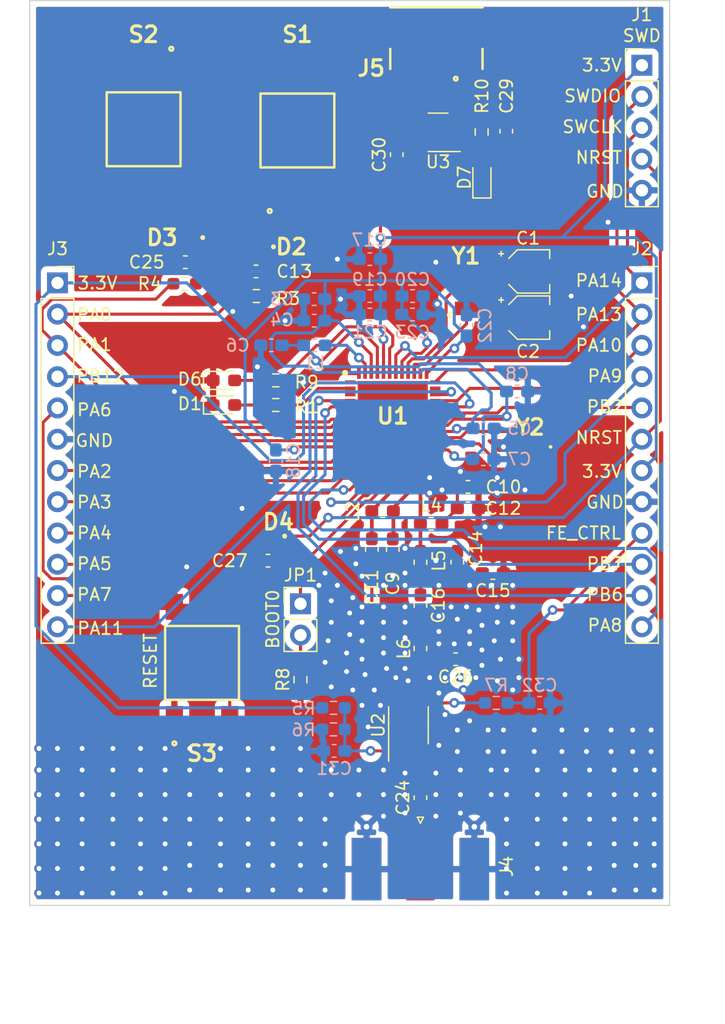
<source format=kicad_pcb>
(kicad_pcb (version 20211014) (generator pcbnew)
  (layers (0 "F.Cu" signal) (31 "B.Cu" signal) (34 "B.Paste" user) (35 "F.Paste" user) (36 "B.SilkS" user "B.Silkscreen") (37 "F.SilkS" user "F.Silkscreen") (38 "B.Mask" user) (39 "F.Mask" user) (44 "Edge.Cuts" user))
  (net 0 "")
  (net 1 "Net-(C1-Pad1)")
  (net 2 "GND")
  (net 3 "Net-(C2-Pad1)")
  (net 4 "3.3V")
  (net 5 "Net-(C6-Pad1)")
  (net 6 "Net-(C9-Pad1)")
  (net 7 "Net-(C10-Pad2)")
  (net 8 "Net-(C11-Pad1)")
  (net 9 "Net-(C11-Pad2)")
  (net 10 "Net-(C14-Pad1)")
  (net 11 "Net-(C16-Pad1)")
  (net 12 "Net-(C24-Pad1)")
  (net 13 "Net-(C26-Pad2)")
  (net 14 "NRST")
  (net 15 "Net-(C29-Pad2)")
  (net 16 "/2.8V")
  (net 17 "Net-(D1-Pad2)")
  (net 18 "Net-(D6-Pad2)")
  (net 19 "Net-(D7-Pad2)")
  (net 20 "PA13")
  (net 21 "PA14")
  (net 22 "PA10")
  (net 23 "PA9")
  (net 24 "PB2")
  (net 25 "FE_CTRL")
  (net 26 "PB7")
  (net 27 "PB6")
  (net 28 "PA8")
  (net 29 "PB12")
  (net 30 "PA0")
  (net 31 "PA1")
  (net 32 "PA2")
  (net 33 "PA3")
  (net 34 "PA4")
  (net 35 "PA5")
  (net 36 "PA7")
  (net 37 "PA11")
  (net 41 "Net-(JP1-Pad1)")
  (net 42 "Net-(JP1-Pad2)")
  (net 43 "PC13")
  (net 44 "Net-(L1-Pad2)")
  (net 45 "PB4")
  (net 46 "Net-(R7-Pad2)")
  (net 47 "PA15")
  (net 48 "/RF_IRQ0")
  (net 49 "/RF_IRQ1")
  (net 50 "PB8")
  (net 52 "Net-(U1-Pad26)")
  (net 53 "Net-(U1-Pad27)")
  (net 55 "PA12")
  (net 57 "Net-(C13-Pad1)")
  (net 58 "Net-(C25-Pad1)")
  (net 59 "Net-(C14-Pad2)")
  (net 60 "Net-(C24-Pad2)")
  (net 61 "PA6")
  (footprint "SamacSys_Parts:ESDALC6V11U2" (layer "F.Cu") (at 51 91.5 180)
    (fp_text reference "D3")
    (fp_text value "ESDALC6V1-1U2" hide)
  )
  (footprint "Capacitor_SMD:C_0603_1608Metric_Pad1.08x0.95mm_HandSolder" (layer "F.Cu") (at 76.225 82.8625 90)
    (fp_text reference "C29")
    (fp_text value "1uF")
  )
  (footprint "SamacSys_Parts:FSM2J_1" (layer "F.Cu") (at 46.75 82.7)
    (fp_text reference "S2")
    (fp_text value "Button FSM2JSMAATR" hide)
  )
  (footprint "Resistor_SMD:R_0603_1608Metric_Pad0.98x0.95mm_HandSolder" (layer "F.Cu") (at 74.225 82.9125 -90)
    (fp_text reference "R10")
    (fp_text value "10K")
  )
  (footprint "Resistor_SMD:R_0603_1608Metric_Pad0.98x0.95mm_HandSolder" (layer "F.Cu") (at 50.0875 95.25)
    (fp_text reference "R4")
    (fp_text value "1k")
  )
  (footprint "SamacSys_Parts:ESDALC6V11U2" (layer "F.Cu") (at 56.75 92.25 180)
    (fp_text reference "D2")
    (fp_text value "ESDALC6V1-1U2" hide)
  )
  (footprint "LED_SMD:LED_0603_1608Metric_Pad1.05x0.95mm_HandSolder" (layer "F.Cu") (at 53.275 105.1)
    (fp_text reference "D1")
    (fp_text value "Green LED")
  )
  (footprint "Capacitor_SMD:C_0603_1608Metric_Pad1.08x0.95mm_HandSolder" (layer "F.Cu") (at 69.25 121.3875 90)
    (fp_text reference "C16")
    (fp_text value "68pF")
  )
  (footprint "Inductor_SMD:L_0603_1608Metric_Pad1.05x0.95mm_HandSolder" (layer "F.Cu") (at 69.25 117.875 -90)
    (fp_text reference "L5")
    (fp_text value "5.6nH")
  )
  (footprint "Capacitor_SMD:CP_Elec_3x5.3" (layer "F.Cu") (at 78 98)
    (fp_text reference "C2")
    (fp_text value "22pF")
  )
  (footprint "Resistor_SMD:R_0603_1608Metric_Pad0.98x0.95mm_HandSolder" (layer "F.Cu") (at 57.4875 105.1 180)
    (fp_text reference "R1")
    (fp_text value "10K")
  )
  (footprint "SamacSys_Parts:FSM2J_1" (layer "F.Cu") (at 51.5 126.05 180)
    (fp_text reference "S3")
    (fp_text value "Button FSM2JSMAATR" hide)
  )
  (footprint "Resistor_SMD:R_0603_1608Metric_Pad0.98x0.95mm_HandSolder" (layer "F.Cu") (at 59.5 127.4125 90)
    (fp_text reference "R8")
    (fp_text value "10k")
  )
  (footprint "Resistor_SMD:R_0603_1608Metric_Pad0.98x0.95mm_HandSolder" (layer "F.Cu") (at 57.4875 103.1 180)
    (fp_text reference "R9")
    (fp_text value "10K")
  )
  (footprint "Capacitor_SMD:C_0603_1608Metric_Pad1.08x0.95mm_HandSolder" (layer "F.Cu") (at 69.25 137 90)
    (fp_text reference "C24")
    (fp_text value "68pF")
  )
  (footprint "Capacitor_SMD:C_0603_1608Metric_Pad1.08x0.95mm_HandSolder" (layer "F.Cu") (at 50.1375 93.5 180)
    (fp_text reference "C25")
    (fp_text value "100 nF")
  )
  (footprint "Package_TO_SOT_SMD:SOT-23-5" (layer "F.Cu") (at 70.6875 82.95 180)
    (fp_text reference "U3")
    (fp_text value "TLV70233_SOT23-5")
  )
  (footprint "Connector_Coaxial:SMA_Molex_73251-1153_EdgeMount_Horizontal" (layer "F.Cu") (at 69.25 141.08226 90)
    (fp_text reference "J4")
    (fp_text value "Conn_Coaxial")
  )
  (footprint "SamacSys_Parts:QFN50P700X700X60-49N-D" (layer "F.Cu") (at 67 106)
    (fp_text reference "U1")
    (fp_text value "STM32WLE5CCU6" hide)
  )
  (footprint "Connector_PinHeader_2.54mm:PinHeader_1x02_P2.54mm_Vertical" (layer "F.Cu") (at 59.5 121.25)
    (fp_text reference "JP1")
    (fp_text value "Jumper_2_Bridged")
  )
  (footprint "Resistor_SMD:R_0603_1608Metric_Pad0.98x0.95mm_HandSolder" (layer "F.Cu") (at 55.9125 96.25)
    (fp_text reference "R3")
    (fp_text value "1k")
  )
  (footprint "Capacitor_SMD:C_0603_1608Metric_Pad1.08x0.95mm_HandSolder" (layer "F.Cu") (at 72.1125 125.75 180)
    (fp_text reference "C26")
    (fp_text value "10pF")
  )
  (footprint "LED_SMD:LED_0603_1608Metric_Pad1.05x0.95mm_HandSolder" (layer "F.Cu") (at 53.275 103.1)
    (fp_text reference "D6")
    (fp_text value "Green LED")
  )
  (footprint "Capacitor_SMD:C_0603_1608Metric_Pad1.08x0.95mm_HandSolder" (layer "F.Cu") (at 65.3 116.825 -90)
    (fp_text reference "C11")
    (fp_text value "4.7pF")
  )
  (footprint "LED_SMD:LED_0603_1608Metric_Pad1.05x0.95mm_HandSolder" (layer "F.Cu") (at 74.25 86.625 90)
    (fp_text reference "D7")
    (fp_text value "Red LED")
  )
  (footprint "Inductor_SMD:L_0603_1608Metric_Pad1.05x0.95mm_HandSolder" (layer "F.Cu") (at 66.175 113.7125 180)
    (fp_text reference "L2")
    (fp_text value "39nH")
  )
  (footprint "Connector_PinSocket_2.54mm:PinSocket_1x12_P2.54mm_Vertical" (layer "F.Cu") (at 87.25 95.18)
    (fp_text reference "J2")
    (fp_text value "Conn_01x12")
  )
  (footprint "SamacSys_Parts:FSM2J_1" (layer "F.Cu") (at 59.25 82.8 180)
    (fp_text reference "S1")
    (fp_text value "Button FSM2JSMAATR" hide)
  )
  (footprint "Capacitor_SMD:CP_Elec_3x5.3" (layer "F.Cu") (at 78 94.25)
    (fp_text reference "C1")
    (fp_text value "22pF")
  )
  (footprint "SamacSys_Parts:ECX-31B" (layer "F.Cu") (at 73 96 90)
    (fp_text reference "Y1")
    (fp_text value "32.768 kHz" hide)
  )
  (footprint "Capacitor_SMD:C_0603_1608Metric_Pad1.08x0.95mm_HandSolder" (layer "F.Cu") (at 72.25 117.8625 90)
    (fp_text reference "C14")
    (fp_text value "5.1pF")
  )
  (footprint "SamacSys_Parts:47346-0001" (layer "F.Cu") (at 70.5475 72.8)
    (fp_text reference "J5")
    (fp_text value "47346-0001" hide)
  )
  (footprint "Capacitor_SMD:C_0603_1608Metric_Pad1.08x0.95mm_HandSolder" (layer "F.Cu") (at 73.1125 113.5 180)
    (fp_text reference "C12")
    (fp_text value "68pF")
  )
  (footprint "Capacitor_SMD:C_0603_1608Metric_Pad1.08x0.95mm_HandSolder" (layer "F.Cu") (at 73.1125 111.75 180)
    (fp_text reference "C10")
    (fp_text value "47nF")
  )
  (footprint "Package_SO:MSOP-8_3x3mm_P0.65mm" (layer "F.Cu") (at 68.275 131.1125 90)
    (fp_text reference "U2")
    (fp_text value "ADG918BRM")
  )
  (footprint "Capacitor_SMD:C_0603_1608Metric_Pad1.08x0.95mm_HandSolder" (layer "F.Cu") (at 55.8875 94.25 180)
    (fp_text reference "C13")
    (fp_text value "100 nF")
  )
  (footprint "Capacitor_SMD:C_0603_1608Metric_Pad1.08x0.95mm_HandSolder" (layer "F.Cu") (at 56.8625 117.75)
    (fp_text reference "C27")
    (fp_text value "100 nF")
  )
  (footprint "Inductor_SMD:L_0603_1608Metric_Pad1.05x0.95mm_HandSolder" (layer "F.Cu") (at 70.125 114.75 180)
    (fp_text reference "L4")
    (fp_text value "56n")
  )
  (footprint "SamacSys_Parts:ESDALC6V11U2" (layer "F.Cu") (at 57.656 115.75 180)
    (fp_text reference "D4")
    (fp_text value "ESDALC6V1-1U2" hide)
  )
  (footprint "Capacitor_SMD:C_0603_1608Metric_Pad1.08x0.95mm_HandSolder" (layer "F.Cu") (at 75.1375 118.75 180)
    (fp_text reference "C15")
    (fp_text value "22pF")
  )
  (footprint "Capacitor_SMD:C_0603_1608Metric_Pad1.08x0.95mm_HandSolder" (layer "F.Cu") (at 67 116.8375 -90)
    (fp_text reference "C9")
    (fp_text value "4.7pF")
  )
  (footprint "Capacitor_SMD:C_0603_1608Metric_Pad1.08x0.95mm_HandSolder" (layer "F.Cu") (at 67.325 84.7625 90)
    (fp_text reference "C30")
    (fp_text value "1uF")
  )
  (footprint "Inductor_SMD:L_0603_1608Metric_Pad1.05x0.95mm_HandSolder" (layer "F.Cu") (at 69.25 124.875 -90)
    (fp_text reference "L6")
    (fp_text value "16nH")
  )
  (footprint "SamacSys_Parts:ECS320837CKMTR3" (layer "F.Cu") (at 78.175 109.025 180)
    (fp_text reference "Y2")
    (fp_text value "ECS-320-8-37-CKM-TR3" hide)
  )
  (footprint "Connector_PinHeader_2.54mm:PinHeader_1x05_P2.54mm_Vertical" (layer "F.Cu") (at 87.25 77.5)
    (fp_text reference "J1")
    (fp_text value "Conn_01x05_Male")
  )
  (footprint "Connector_PinSocket_2.54mm:PinSocket_1x12_P2.54mm_Vertical" (layer "F.Cu") (at 39.75 95.18)
    (fp_text reference "J3")
    (fp_text value "Conn_01x12")
  )
  (footprint "Inductor_SMD:L_0603_1608Metric_Pad1.05x0.95mm_HandSolder" (layer "B.Cu") (at 60.625 100.25)
    (fp_text reference "L1")
    (fp_text value "15uH")
  )
  (footprint "Capacitor_SMD:C_0603_1608Metric_Pad1.08x0.95mm_HandSolder" (layer "B.Cu") (at 73 98.6375 -90)
    (fp_text reference "C22")
    (fp_text value "100nF")
  )
  (footprint "Capacitor_SMD:C_0603_1608Metric_Pad1.08x0.95mm_HandSolder" (layer "B.Cu") (at 74.3875 107)
    (fp_text reference "C5")
    (fp_text value "33pF")
  )
  (footprint "Capacitor_SMD:C_0603_1608Metric_Pad1.08x0.95mm_HandSolder" (layer "B.Cu") (at 60.6125 96.5 180)
    (fp_text reference "C3")
    (fp_text value "4.7uF")
  )
  (footprint "Capacitor_SMD:C_0603_1608Metric_Pad1.08x0.95mm_HandSolder" (layer "B.Cu") (at 68.6 97.75)
    (fp_text reference "C23")
    (fp_text value "100nF")
  )
  (footprint "Capacitor_SMD:C_0603_1608Metric_Pad1.08x0.95mm_HandSolder" (layer "B.Cu") (at 65.1375 97.75)
    (fp_text reference "C21")
    (fp_text value "100nF")
  )
  (footprint "Capacitor_SMD:C_0603_1608Metric_Pad1.08x0.95mm_HandSolder" (layer "B.Cu") (at 74.3625 109.5 180)
    (fp_text reference "C7")
    (fp_text value "33pF")
  )
  (footprint "Capacitor_SMD:C_0603_1608Metric_Pad1.08x0.95mm_HandSolder" (layer "B.Cu") (at 77.1125 104 180)
    (fp_text reference "C8")
    (fp_text value "33pF")
  )
  (footprint "Capacitor_SMD:C_0603_1608Metric_Pad1.08x0.95mm_HandSolder" (layer "B.Cu") (at 68.6125 96.25)
    (fp_text reference "C20")
    (fp_text value "4.7uF")
  )
  (footprint "Resistor_SMD:R_0603_1608Metric_Pad0.98x0.95mm_HandSolder" (layer "B.Cu") (at 62.1875 129.7 180)
    (fp_text reference "R5")
    (fp_text value "2k")
  )
  (footprint "Capacitor_SMD:C_0603_1608Metric_Pad1.08x0.95mm_HandSolder" (layer "B.Cu") (at 57.1375 100.25 180)
    (fp_text reference "C6")
    (fp_text value "470nF")
  )
  (footprint "Capacitor_SMD:C_0603_1608Metric_Pad1.08x0.95mm_HandSolder" (layer "B.Cu") (at 65.1375 96.25)
    (fp_text reference "C19")
    (fp_text value "100nF")
  )
  (footprint "Capacitor_SMD:C_0603_1608Metric_Pad1.08x0.95mm_HandSolder" (layer "B.Cu") (at 78.9375 129.3 180)
    (fp_text reference "C32")
    (fp_text value "1nF")
  )
  (footprint "Capacitor_SMD:C_0603_1608Metric_Pad1.08x0.95mm_HandSolder" (layer "B.Cu") (at 62.2375 133.2)
    (fp_text reference "C31")
    (fp_text value "0.1uF")
  )
  (footprint "Capacitor_SMD:C_0603_1608Metric_Pad1.08x0.95mm_HandSolder" (layer "B.Cu") (at 65.1375 93.25)
    (fp_text reference "C17")
    (fp_text value "4.7uF")
  )
  (footprint "Resistor_SMD:R_0603_1608Metric_Pad0.98x0.95mm_HandSolder" (layer "B.Cu") (at 62.1875 131.45 180)
    (fp_text reference "R6")
    (fp_text value "10k")
  )
  (footprint "Resistor_SMD:R_0603_1608Metric_Pad0.98x0.95mm_HandSolder" (layer "B.Cu") (at 75.4125 129.3 180)
    (fp_text reference "R7")
    (fp_text value "100R")
  )
  (footprint "Capacitor_SMD:C_0603_1608Metric_Pad1.08x0.95mm_HandSolder" (layer "B.Cu") (at 60.6125 98.25 180)
    (fp_text reference "C4")
    (fp_text value "100nF")
  )
  (footprint "Capacitor_SMD:C_0603_1608Metric_Pad1.08x0.95mm_HandSolder" (layer "B.Cu") (at 57.5 109.6125 90)
    (fp_text reference "C18")
    (fp_text value "100nF")
  )
  (gr_line (start 89.5 72.25) (end 89 72.25) (layer "Edge.Cuts") (width 0.1))
  (gr_line (start 89 72.25) (end 38 72.25) (layer "Edge.Cuts") (width 0.1))
  (gr_line (start 37.5 72.25) (end 37.5 145.75) (layer "Edge.Cuts") (width 0.1))
  (gr_line (start 89.5 145.75) (end 89.5 72.25) (layer "Edge.Cuts") (width 0.1))
  (gr_line (start 89.5 145.75) (end 89 145.75) (layer "Edge.Cuts") (width 0.1))
  (gr_line (start 38 145.75) (end 37.5 145.75) (layer "Edge.Cuts") (width 0.1))
  (gr_line (start 38 72.25) (end 37.5 72.25) (layer "Edge.Cuts") (width 0.1))
  (gr_line (start 38 145.75) (end 89 145.75) (layer "Edge.Cuts") (width 0.1))
  (gr_text "PA6" (at 42.75 105.5) (layer "F.SilkS") (effects (font (size 1 1))))
  (gr_text "PB6" (at 84.25 120.5) (layer "F.SilkS") (effects (font (size 1 1))))
  (gr_text "PA8" (at 84.25 123) (layer "F.SilkS") (effects (font (size 1 1))))
  (gr_text "PA7" (at 42.75 120.5) (layer "F.SilkS") (effects (font (size 1 1))))
  (gr_text "3.3V" (at 84 77.5) (layer "F.SilkS") (effects (font (size 1 1))))
  (gr_text "SWD" (at 87.25 75.1) (layer "F.SilkS") (effects (font (size 1 1))))
  (gr_text "BOOT0" (at 57.25 122.5 90) (layer "F.SilkS") (effects (font (size 1 1))))
  (gr_text "NRST" (at 83.75 85) (layer "F.SilkS") (effects (font (size 1 1))))
  (gr_text "PA4" (at 42.75 115.5) (layer "F.SilkS") (effects (font (size 1 1))))
  (gr_text "PA1" (at 42.75 100.2) (layer "F.SilkS") (effects (font (size 1 1))))
  (gr_text "SWDIO" (at 83.25 80) (layer "F.SilkS") (effects (font (size 1 1))))
  (gr_text "PA13" (at 83.75 97.75) (layer "F.SilkS") (effects (font (size 1 1))))
  (gr_text "NRST" (at 83.75 107.75) (layer "F.SilkS") (effects (font (size 1 1))))
  (gr_text "GND" (at 84.25 87.75) (layer "F.SilkS") (effects (font (size 1 1))))
  (gr_text "PA10" (at 83.75 100.25) (layer "F.SilkS") (effects (font (size 1 1))))
  (gr_text "PB2" (at 84.25 105.25) (layer "F.SilkS") (effects (font (size 1 1))))
  (gr_text "PA14" (at 83.75 95) (layer "F.SilkS") (effects (font (size 1 1))))
  (gr_text "3.3V" (at 43 95.2) (layer "F.SilkS") (effects (font (size 1 1))))
  (gr_text "PA5" (at 42.75 118) (layer "F.SilkS") (effects (font (size 1 1))))
  (gr_text "SWCLK" (at 83.25 82.5) (layer "F.SilkS") (effects (font (size 1 1))))
  (gr_text "PA0" (at 42.75 97.75) (layer "F.SilkS") (effects (font (size 1 1))))
  (gr_text "FE_CTRL" (at 82.5 115.5) (layer "F.SilkS") (effects (font (size 1 1))))
  (gr_text "PA11" (at 43.25 123.25) (layer "F.SilkS") (effects (font (size 1 1))))
  (gr_text "PA2" (at 42.75 110.5) (layer "F.SilkS") (effects (font (size 1 1))))
  (gr_text "RESET" (at 47.3 125.9 90) (layer "F.SilkS") (effects (font (size 1 1))))
  (gr_text "PA3" (at 42.75 113) (layer "F.SilkS") (effects (font (size 1 1))))
  (gr_text "PB7" (at 84.25 118) (layer "F.SilkS") (effects (font (size 1 1))))
  (gr_text "GND" (at 42.75 108) (layer "F.SilkS") (effects (font (size 1 1))))
  (gr_text "PA9" (at 84.25 102.75) (layer "F.SilkS") (effects (font (size 1 1))))
  (gr_text "PB12" (at 43.25 102.75) (layer "F.SilkS") (effects (font (size 1 1))))
  (gr_text "3.3V" (at 84 110.5) (layer "F.SilkS") (effects (font (size 1 1))))
  (gr_text "GND" (at 84.25 113) (layer "F.SilkS") (effects (font (size 1 1))))
  (via (at 72.5 127.25) (size 0.8) (drill 0.4) (layers "F.Cu" "B.Cu") (net 0))
  (segment (start 71.337212 99.52707) (end 71.337212 96.412788) (width 0.25) (layer "F.Cu") (net 1))
  (segment (start 73 94.75) (end 76 94.75) (width 0.25) (layer "F.Cu") (net 1))
  (segment (start 68.25 102.55) (end 68.25 101.690261) (width 0.25) (layer "F.Cu") (net 1))
  (segment (start 68.25 101.690261) (end 68.589292 101.350969) (width 0.25) (layer "F.Cu") (net 1))
  (segment (start 69.513313 101.350969) (end 71.337212 99.52707) (width 0.25) (layer "F.Cu") (net 1))
  (segment (start 76 94.75) (end 76.5 94.25) (width 0.25) (layer "F.Cu") (net 1))
  (segment (start 68.589292 101.350969) (end 69.513313 101.350969) (width 0.25) (layer "F.Cu") (net 1))
  (segment (start 71.337212 96.412788) (end 73 94.75) (width 0.25) (layer "F.Cu") (net 1))
  (segment (start 61.5 78.25) (end 61.5 87.35) (width 0.25) (layer "F.Cu") (net 2))
  (segment (start 68.6 129) (end 68.6 127.85) (width 0.25) (layer "F.Cu") (net 2))
  (segment (start 64.25 102.55) (end 60.45 102.55) (width 0.25) (layer "F.Cu") (net 2))
  (segment (start 76.2625 83.8625) (end 76.225 83.9) (width 0.25) (layer "F.Cu") (net 2))
  (segment (start 69.2475 78.7475) (end 69.25 78.75) (width 0.25) (layer "F.Cu") (net 2))
  (segment (start 60.45 102.55) (end 59.75 103.25) (width 0.25) (layer "F.Cu") (net 2))
  (segment (start 68.6 133.225) (end 68.6 134.4) (width 0.25) (layer "F.Cu") (net 2))
  (segment (start 73.975 111.75) (end 73.975 113.5) (width 0.25) (layer "F.Cu") (net 2))
  (segment (start 69.2475 77.61) (end 69.2475 78.7475) (width 0.25) (layer "F.Cu") (net 2))
  (segment (start 68.6 127.85) (end 68.25 127.5) (width 0.25) (layer "F.Cu") (net 2))
  (segment (start 44.5 78.15) (end 44.5 87.25) (width 0.25) (layer "F.Cu") (net 2))
  (segment (start 69.25 78.75) (end 69.25 79.25) (width 0.25) (layer "F.Cu") (net 2))
  (segment (start 68.6 134.4) (end 68 135) (width 0.25) (layer "F.Cu") (net 2))
  (via (at 85 136.75) (size 0.8) (drill 0.4) (layers "F.Cu" "B.Cu") (net 2))
  (via (at 59.5 134.75) (size 0.8) (drill 0.4) (layers "F.Cu" "B.Cu") (net 2))
  (via (at 75.5 111) (size 0.8) (drill 0.4) (layers "F.Cu" "B.Cu") (net 2))
  (via (at 70.5 136.75) (size 0.8) (drill 0.4) (layers "F.Cu" "B.Cu") (net 2))
  (via (at 68 118.75) (size 0.8) (drill 0.4) (layers "F.Cu" "B.Cu") (net 2))
  (via (at 46.5 136.75) (size 0.8) (drill 0.4) (layers "F.Cu" "B.Cu") (net 2))
  (via (at 56 102) (size 0.8) (drill 0.4) (layers "F.Cu" "B.Cu") (net 2))
  (via (at 68 124) (size 0.8) (drill 0.4) (layers "F.Cu" "B.Cu") (net 2))
  (via (at 74 121.75) (size 0.8) (drill 0.4) (layers "F.Cu" "B.Cu") (net 2))
  (via (at 76.25 140.75) (size 0.8) (drill 0.4) (layers "F.Cu" "B.Cu") (net 2))
  (via (at 61.5 126) (size 0.8) (drill 0.4) (layers "F.Cu" "B.Cu") (net 2))
  (via (at 76.75 119.75) (size 0.8) (drill 0.4) (layers "F.Cu" "B.Cu") (net 2))
  (via (at 71 112) (size 0.8) (drill 0.4) (layers "F.Cu" "B.Cu") (net 2))
  (via (at 53 140.75) (size 0.8) (drill 0.4) (layers "F.Cu" "B.Cu") (net 2))
  (via (at 75.5 112.25) (size 0.8) (drill 0.4) (layers "F.Cu" "B.Cu") (net 2))
  (via (at 61.75 124.25) (size 0.8) (drill 0.4) (layers "F.Cu" "B.Cu") (net 2))
  (via (at 55.25 142.5) (size 0.8) (drill 0.4) (layers "F.Cu" "B.Cu") (net 2))
  (via (at 68 125.25) (size 0.8) (drill 0.4) (layers "F.Cu" "B.Cu") (net 2))
  (via (at 46.5 142.75) (size 0.8) (drill 0.4) (layers "F.Cu" "B.Cu") (net 2))
  (via (at 73.25 123.5) (size 0.8) (drill 0.4) (layers "F.Cu" "B.Cu") (net 2))
  (via (at 55.25 144.5) (size 0.8) (drill 0.4) (layers "F.Cu" "B.Cu") (net 2))
  (via (at 57.25 136.75) (size 0.8) (drill 0.4) (layers "F.Cu" "B.Cu") (net 2))
  (via (at 38.25 142.75) (size 0.8) (drill 0.4) (layers "F.Cu" "B.Cu") (net 2))
  (via (at 38.25 138.75) (size 0.8) (drill 0.4) (layers "F.Cu" "B.Cu") (net 2))
  (via (at 70.75 128.5) (size 0.8) (drill 0.4) (layers "F.Cu" "B.Cu") (net 2))
  (via (at 64.5 121.5) (size 0.8) (drill 0.4) (layers "F.Cu" "B.Cu") (net 2))
  (via (at 88 131.5) (size 0.8) (drill 0.4) (layers "F.Cu" "B.Cu") (net 2))
  (via (at 68 116.75) (size 0.8) (drill 0.4) (layers "F.Cu" "B.Cu") (net 2))
  (via (at 48.5 144.75) (size 0.8) (drill 0.4) (layers "F.Cu" "B.Cu") (net 2))
  (via (at 63.5 122) (size 0.8) (drill 0.4) (layers "F.Cu" "B.Cu") (net 2))
  (via (at 50.5 144.5) (size 0.8) (drill 0.4) (layers "F.Cu" "B.Cu") (net 2))
  (via (at 76 131.5) (size 0.8) (drill 0.4) (layers "F.Cu" "B.Cu") (net 2))
  (via (at 64.5 119) (size 0.8) (drill 0.4) (layers "F.Cu" "B.Cu") (net 2))
  (via (at 84.75 131.5) (size 0.8) (drill 0.4) (layers "F.Cu" "B.Cu") (net 2))
  (via (at 78.75 136.75) (size 0.8) (drill 0.4) (layers "F.Cu" "B.Cu") (net 2))
  (via (at 64 116.75) (size 0.8) (drill 0.4) (layers "F.Cu" "B.Cu") (net 2))
  (via (at 57.25 142.5) (size 0.8) (drill 0.4) (layers "F.Cu" "B.Cu") (net 2))
  (via (at 86.75 136.75) (size 0.8) (drill 0.4) (layers "F.Cu" "B.Cu") (net 2))
  (via (at 68 126.5) (size 0.8) (drill 0.4) (layers "F.Cu" "B.Cu") (net 2))
  (via (at 71.25 130.25) (size 0.8) (drill 0.4) (layers "F.Cu" "B.Cu") (net 2))
  (via (at 39.75 138.75) (size 0.8) (drill 0.4) (layers "F.Cu" "B.Cu") (net 2))
  (via (at 48.5 142.75) (size 0.8) (drill 0.4) (layers "F.Cu" "B.Cu") (net 2))
  (via (at 72.25 131.5) (size 0.8) (drill 0.4) (layers "F.Cu" "B.Cu") (net 2))
  (via (at 61.5 144.5) (size 0.8) (drill 0.4) (layers "F.Cu" "B.Cu") (net 2))
  (via (at 63.25 126.75) (size 0.8) (drill 0.4) (layers "F.Cu" "B.Cu") (net 2))
  (via (at 77.25 125.75) (size 0.8) (drill 0.4) (layers "F.Cu" "B.Cu") (net 2))
  (via (at 70 112.25) (size 0.8) (drill 0.4) (layers "F.Cu" "B.Cu") (net 2))
  (via (at 85 134.75) (size 0.8) (drill 0.4) (layers "F.Cu" "B.Cu") (net 2))
  (via (at 50.5 138.75) (size 0.8) (drill 0.4) (layers "F.Cu" "B.Cu") (net 2))
  (via (at 70.5 117.75) (size 0.8) (drill 0.4) (layers "F.Cu" "B.Cu") (net 2))
  (via (at 59.5 142.5) (size 0.8) (drill 0.4) (layers "F.Cu" "B.Cu") (net 2))
  (via (at 48.5 140.75) (size 0.8) (drill 0.4) (layers "F.Cu" "B.Cu") (net 2))
  (via (at 59.5 133) (size 0.8) (drill 0.4) (layers "F.Cu" "B.Cu") (net 2))
  (via (at 76 133.25) (size 0.8) (drill 0.4) (layers "F.Cu" "B.Cu") (net 2))
  (via (at 70.612701 96.887299) (size 0.8) (drill 0.4) (layers "F.Cu" "B.Cu") (net 2))
  (via (at 64 118) (size 0.8) (drill 0.4) (layers "F.Cu" "B.Cu") (net 2))
  (via (at 48.5 133) (size 0.8) (drill 0.4) (layers "F.Cu" "B.Cu") (net 2))
  (via (at 77.25 127.25) (size 0.8) (drill 0.4) (layers "F.Cu" "B.Cu") (net 2))
  (via (at 70.75 124.5) (size 0.8) (drill 0.4) (layers "F.Cu" "B.Cu") (net 2))
  (via (at 55.25 136.75) (size 0.8) (drill 0.4) (layers "F.Cu" "B.Cu") (net 2))
  (via (at 76.75 128.25) (size 0.8) (drill 0.4) (layers "F.Cu" "B.Cu") (net 2))
  (via (at 72.5 138.25) (size 0.8) (drill 0.4) (layers "F.Cu" "B.Cu") (net 2))
  (via (at 64.5 122.75) (size 0.8) (drill 0.4) (layers "F.Cu" "B.Cu") (net 2))
  (via (at 44.25 134.75) (size 0.8) (drill 0.4) (layers "F.Cu" "B.Cu") (net 2))
  (via (at 62 134.75) (size 0.8) (drill 0.4) (layers "F.Cu" "B.Cu") (net 2))
  (via (at 83 138.75) (size 0.8) (drill 0.4) (layers "F.Cu" "B.Cu") (net 2))
  (via (at 64.25 136.75) (size 0.8) (drill 0.4) (layers "F.Cu" "B.Cu") (net 2))
  (via (at 70.75 119.75) (size 0.8) (drill 0.4) (layers "F.Cu" "B.Cu") (net 2))
  (via (at 62.5 119.75) (size 0.8) (drill 0.4) (layers "F.Cu" "B.Cu") (net 2))
  (via (at 59.5 138.75) (size 0.8) (drill 0.4) (layers "F.Cu" "B.Cu") (net 2))
  (via (at 72.5 134.75) (size 0.8) (drill 0.4) (layers "F.Cu" "B.Cu") (net 2))
  (via (at 64.75 127) (size 0.8) (drill 0.4) (layers "F.Cu" "B.Cu") (net 2))
  (via (at 68 136.75) (size 0.8) (drill 0.4) (layers "F.Cu" "B.Cu") (net 2))
  (via (at 46.5 133) (size 0.8) (drill 0.4) (layers "F.Cu" "B.Cu") (net 2))
  (via (at 41.75 138.75) (size 0.8) (drill 0.4) (layers "F.Cu" "B.Cu") (net 2))
  (via (at 63.75 120.75) (size 0.8) (drill 0.4) (layers "F.Cu" "B.Cu") (net 2))
  (via (at 62 122.75) (size 0.8) (drill 0.4) (layers "F.Cu" "B.Cu") (net 2))
  (via (at 72 124.5) (size 0.8) (drill 0.4) (layers "F.Cu" "B.Cu") (net 2))
  (via (at 68 138.25) (size 0.8) (drill 0.4) (layers "F.Cu" "B.Cu") (net 2))
  (via (at 88.25 138.75) (size 0.8) (drill 0.4) (layers "F.Cu" "B.Cu") (net 2))
  (via (at 70.75 132.75) (size 0.8) (drill 0.4) (layers "F.Cu" "B.Cu") (net 2))
  (via (at 44.25 138.75) (size 0.8) (drill 0.4) (layers "F.Cu" "B.Cu") (net 2))
  (via (at 88.25 140.75) (size 0.8) (drill 0.4) (layers "F.Cu" "B.Cu") (net 2))
  (via (at 50.5 133) (size 0.8) (drill 0.4) (layers "F.Cu" "B.Cu") (net 2))
  (via (at 71.75 121.5) (size 0.8) (drill 0.4) (layers "F.Cu" "B.Cu") (net 2))
  (via (at 41.75 134.75) (size 0.8) (drill 0.4) (layers "F.Cu" "B.Cu") (net 2))
  (via (at 81 134.75) (size 0.8) (drill 0.4) (layers "F.Cu" "B.Cu") (net 2))
  (via (at 77.75 112) (size 0.8) (drill 0.4) (layers "F.Cu" "B.Cu") (net 2))
  (via (at 66.25 134.75) (size 0.8) (drill 0.4) (layers "F.Cu" "B.Cu") (net 2))
  (via (at 53 134.75) (size 0.8) (drill 0.4) (layers "F.Cu" "B.Cu") (net 2))
  (via (at 64.25 134.75) (size 0.8) (drill 0.4) (layers "F.Cu" "B.Cu") (net 2))
  (via (at 70.5 138.5) (size 0.8) (drill 0.4) (layers "F.Cu" "B.Cu") (net 2))
  (via (at 81 140.75) (size 0.8) (drill 0.4) (layers "F.Cu" "B.Cu") (net 2))
  (via (at 85 138.75) (size 0.8) (drill 0.4) (layers "F.Cu" "B.Cu") (net 2))
  (via (at 76.75 124.25) (size 0.8) (drill 0.4) (layers "F.Cu" "B.Cu") (net 2))
  (via (at 78.75 144.75) (size 0.8) (drill 0.4) (layers "F.Cu" "B.Cu") (net 2))
  (via (at 38.25 133) (size 0.8) (drill 0.4) (layers "F.Cu" "B.Cu") (net 2))
  (via (at 86.75 138.75) (size 0.8) (drill 0.4) (layers "F.Cu" "B.Cu") (net 2))
  (via (at 78.5 131.5) (size 0.8) (drill 0.4) (layers "F.Cu" "B.Cu") (net 2))
  (via (at 81 136.75) (size 0.8) (drill 0.4) (layers "F.Cu" "B.Cu") (net 2))
  (via (at 58.25 98.25) (size 0.8) (drill 0.4) (layers "F.Cu" "B.Cu") (net 2))
  (via (at 78.75 140.75) (size 0.8) (drill 0.4) (layers "F.Cu" "B.Cu") (net 2))
  (via (at 46.5 144.75) (size 0.8) (drill 0.4) (layers "F.Cu" "B.Cu") (net 2))
  (via (at 67 119) (size 0.8) (drill 0.4) (layers "F.Cu" "B.Cu") (net 2))
  (via (at 62.75 96.5) (size 0.8) (drill 0.4) (layers "F.Cu" "B.Cu") (net 2))
  (via (at 75 134.75) (size 0.8) (drill 0.4) (layers "F.Cu" "B.Cu") (net 2))
  (via (at 84.75 133.25) (size 0.8) (drill 0.4) (layers "F.Cu" "B.Cu") (net 2))
  (via (at 66.25 136.75) (size 0.8) (drill 0.4) (layers "F.Cu" "B.Cu") (net 2))
  (via (at 61.5 138.75) (size 0.8) (drill 0.4) (layers "F.Cu" "B.Cu") (net 2))
  (via (at 38.25 134.75) (size 0.8) (drill 0.4) (layers "F.Cu" "B.Cu") (net 2))
  (via (at 85 144.5) (size 0.8) (drill 0.4) (layers "F.Cu" "B.Cu") (net 2))
  (via (at 50.5 136.75) (size 0.8) (drill 0.4) (layers "F.Cu" "B.Cu") (net 2))
  (via (at 82.5 98.75) (size 0.8) (drill 0.4) (layers "F.Cu" "B.Cu") (net 2))
  (via (at 59.5 136.75) (size 0.8) (drill 0.4) (layers "F.Cu" "B.Cu") (net 2))
  (via (at 62 128) (size 0.8) (drill 0.4) (layers "F.Cu" "B.Cu") (net 2))
  (via (at 62 121) (size 0.8) (drill 0.4) (layers "F.Cu" "B.Cu") (net 2))
  (via (at 74.5 115) (size 0.8) (drill 0.4) (layers "F.Cu" "B.Cu") (net 2))
  (via (at 48.5 134.75) (size 0.8) (drill 0.4) (layers "F.Cu" "B.Cu") (net 2))
  (via (at 83 144.75) (size 0.8) (drill 0.4) (layers "F.Cu" "B.Cu") (net 2))
  (via (at 38.25 144.75) (size 0.8) (drill 0.4) (layers "F.Cu" "B.Cu") (net 2))
  (via (at 48.5 138.75) (size 0.8) (drill 0.4) (layers "F.Cu" "B.Cu") (net 2))
  (via (at 76.25 134.75) (size 0.8) (drill 0.4) (layers "F.Cu" "B.Cu") (net 2))
  (via (at 64.5 124.25) (size 0.8) (drill 0.4) (layers "F.Cu" "B.Cu") (net 2))
  (via (at 86.75 140.75) (size 0.8) (drill 0.4) (layers "F.Cu" "B.Cu") (net 2))
  (via (at 66.25 122.75) (size 0.8) (drill 0.4) (layers "F.Cu" "B.Cu") (net 2))
  (via (at 70 127.25) (size 0.8) (drill 0.4) (layers "F.Cu" "B.Cu") (net 2))
  (via (at 66.25 125.25) (size 0.8) (drill 0.4) (layers "F.Cu" "B.Cu") (net 2))
  (via (at 67.25 127.25) (size 0.8) (drill 0.4) (layers "F.Cu" "B.Cu") (net 2))
  (via (at 86.75 144.5) (size 0.8) (drill 0.4) (layers "F.Cu" "B.Cu") (net 2))
  (via (at 48.5 136.75) (size 0.8) (drill 0.4) (layers "F.Cu" "B.Cu") (net 2))
  (via (at 39.75 140.75) (size 0.8) (drill 0.4) (layers "F.Cu" "B.Cu") (net 2))
  (via (at 73.25 124.5) (size 0.8) (drill 0.4) (layers "F.Cu" "B.Cu") (net 2))
  (via (at 82.75 131.5) (size 0.8) (drill 0.4) (layers "F.Cu" "B.Cu") (net 2))
  (via (at 55.25 133) (size 0.8) (drill 0.4) (layers "F.Cu" "B.Cu") (net 2))
  (via (at 84.5 90.25) (size 0.8) (drill 0.4) (layers "F.Cu" "B.Cu") (net 2))
  (via (at 39.75 133) (size 0.8) (drill 0.4) (layers "F.Cu" "B.Cu") (net 2))
  (via (at 39.75 144.75) (size 0.8) (drill 0.4) (layers "F.Cu" "B.Cu") (net 2))
  (via (at 61.5 142.5) (size 0.8) (drill 0.4) (layers "F.Cu" "B.Cu") (net 2))
  (via (at 59.5 140.75) (size 0.8) (drill 0.4) (layers "F.Cu" "B.Cu") (net 2))
  (via (at 66.25 138.5) (size 0.8) (drill 0.4) (layers "F.Cu" "B.Cu") (net 2))
  (via (at 62.75 117) (size 0.8) (drill 0.4) (layers "F.Cu" "B.Cu") (net 2))
  (via (at 83 136.75) (size 0.8) (drill 0.4) (layers "F.Cu" "B.Cu") (net 2))
  (via (at 72.5 136.75) (size 0.8) (drill 0.4) (layers "F.Cu" "B.Cu") (net 2))
  (via (at 78.75 142.75) (size 0.8) (drill 0.4) (layers "F.Cu" "B.Cu") (net 2))
  (via (at 39.75 136.75) (size 0.8) (drill 0.4) (layers "F.Cu" "B.Cu") (net 2))
  (via (at 53 144.5) (size 0.8) (drill 0.4) (layers "F.Cu" "B.Cu") (net 2))
  (via (at 59.5 144.5) (size 0.8) (drill 0.4) (layers "F.Cu" "B.Cu") (net 2))
  (via (at 76 108.5) (size 0.8) (drill 0.4) (layers "F.Cu" "B.Cu") (net 2))
  (via (at 76.25 142.75) (size 0.8) (drill 0.4) (layers "F.Cu" "B.Cu") (net 2))
  (via (at 72.25 133.25) (size 0.8) (drill 0.4) (layers "F.Cu" "B.Cu") (net 2))
  (via (at 41.75 142.75) (size 0.8) (drill 0.4) (layers "F.Cu" "B.Cu") (net 2))
  (via (at 66 129.5) (size 0.8) (drill 0.4) (layers "F.Cu" "B.Cu") (net 2))
  (via (at 57.25 140.75) (size 0.8) (drill 0.4) (layers "F.Cu" "B.Cu") (net 2))
  (via (at 68 122.75) (size 0.8) (drill 0.4) (layers "F.Cu" "B.Cu") (net 2))
  (via (at 78.75 138.75) (size 0.8) (drill 0.4) (layers "F.Cu" "B.Cu") (net 2))
  (via (at 83 142.75) (size 0.8) (drill 0.4) (layers "F.Cu" "B.Cu") (net 2))
  (via (at 75.25 124.25) (size 0.8) (drill 0.4) (layers "F.Cu" "B.Cu") (net 2))
  (via (at 64.5 125.75) (size 0.8) (drill 0.4) (layers "F.Cu" "B.Cu") (net 2))
  (via (at 68.25 127.5) (size 0.8) (drill 0.4) (layers "F.Cu" "B.Cu") (net 2))
  (via (at 54.75 113.5) (size 0.8) (drill 0.4) (layers "F.Cu" "B.Cu") (net 2))
  (via (at 76.75 121.5) (size 0.8) (drill 0.4) (layers "F.Cu" "B.Cu") (net 2))
  (via (at 76.25 138.75) (size 0.8) (drill 0.4) (layers "F.Cu" "B.Cu") (net 2))
  (via (at 53 142.5) (size 0.8) (drill 0.4) (layers "F.Cu" "B.Cu") (net 2))
  (via (at 74.75 131.5) (size 0.8) (drill 0.4) (layers "F.Cu" "B.Cu") (net 2))
  (via (at 75 136.75) (size 0.8) (drill 0.4) (layers "F.Cu" "B.Cu") (net 2))
  (via (at 55.25 134.75) (size 0.8) (drill 0.4) (layers "F.Cu" "B.Cu") (net 2))
  (via (at 53 136.75) (size 0.8) (drill 0.4) (layers "F.Cu" "B.Cu") (net 2))
  (via (at 61.5 140.75) (size 0.8) (drill 0.4) (layers "F.Cu" "B.Cu") (net 2))
  (via (at 74.25 125) (size 0.8) (drill 0.4) (layers "F.Cu" "B.Cu") (net 2))
  (via (at 83 140.75) (size 0.8) (drill 0.4) (layers "F.Cu" "B.Cu") (net 2))
  (via (at 76.75 122.75) (size 0.8) (drill 0.4) (layers "F.Cu" "B.Cu") (net 2))
  (via (at 72.25 122.5) (size 0.8) (drill 0.4) (layers "F.Cu" "B.Cu") (net 2))
  (via (at 70.75 123.5) (size 0.8) (drill 0.4) (layers "F.Cu" "B.Cu") (net 2))
  (via (at 44.25 136.75) (size 0.8) (drill 0.4) (layers "F.Cu" "B.Cu") (net 2))
  (via (at 66.5 126.5) (size 0.8) (drill 0.4) (layers "F.Cu" "B.Cu") (net 2))
  (via (at 57.25 138.75) (size 0.8) (drill 0.4) (layers "F.Cu" "B.Cu") (net 2))
  (via (at 66.25 124) (size 0.8) (drill 0.4) (layers "F.Cu" "B.Cu") (net 2))
  (via (at 85 140.75) (size 0.8) (drill 0.4) (layers "F.Cu" "B.Cu") (net 2))
  (via (at 72.75 128.25) (size 0.8) (drill 0.4) (layers "F.Cu" "B.Cu") (net 2))
  (via (at 75.5 127.5) (size 0.8) (drill 0.4) (layers "F.Cu" "B.Cu") (net 2))
  (via (at 41.75 140.75) (size 0.8) (drill 0.4) (layers "F.Cu" "B.Cu") (net 2))
  (via (at 81 142.75) (size 0.8) (drill 0.4) (layers "F.Cu" "B.Cu") (net 2))
  (via (at 80.75 133.25) (size 0.8) (drill 0.4) (layers "F.Cu" "B.Cu") (net 2))
  (via (at 85 142.5) (size 0.8) (drill 0.4) (layers "F.Cu" "B.Cu") (net 2))
  (via (at 88.25 144.5) (size 0.8) (drill 0.4) (layers "F.Cu" "B.Cu") (net 2))
  (via (at 64.5 129.5) (size 0.8) (drill 0.4) (layers "F.Cu" "B.Cu") (net 2))
  (via (at 82.75 133.25) (size 0.8) (drill 0.4) (layers "F.Cu" "B.Cu") (net 2))
  (via (at 71.25 127.25) (size 0.8) (drill 0.4) (layers "F.Cu" "B.Cu") (net 2))
  (via (at 73.25 130.75) (size 0.8) (drill 0.4) (layers "F.Cu" "B.Cu") (net 2))
  (via (at 57.25 134.75) (size 0.8) (drill 0.4) (layers "F.Cu" "B.Cu") (net 2))
  (via (at 73.75 127.25) (size 0.8) (drill 0.4) (layers "F.Cu" "B.Cu") (net 2))
  (via (at 57.25 144.5) (size 0.8) (drill 0.4) (layers "F.Cu" "B.Cu") (net 2))
  (via (at 44.25 140.75) (size 0.8) (drill 0.4) (layers "F.Cu" "B.Cu") (net 2))
  (via (at 68 119.75) (size 0.8) (drill 0.4) (layers "F.Cu" "B.Cu") (net 2))
  (via (at 74.25 126.25) (size 0.8) (drill 0.4) (layers "F.Cu" "B.Cu") (net 2))
  (via (at 72.5 110.5) (size 0.8) (drill 0.4) (layers "F.Cu" "B.Cu") (net 2))
  (via (at 83 134.75) (size 0.8) (drill 0.4) (layers "F.Cu" "B.Cu") (net 2))
  (via (at 63.25 125.25) (size 0.8) (drill 0.4) (layers "F.Cu" "B.Cu") (net 2))
  (via (at 75.75 125.75) (size 0.8) (drill 0.4) (layers "F.Cu" "B.Cu") (net 2))
  (via (at 68 121.5) (size 0.8) (drill 0.4) (layers "F.Cu" "B.Cu") (net 2))
  (via (at 53 138.75) (size 0.8) (drill 0.4) (layers "F.Cu" "B.Cu") (net 2))
  (via (at 50.5 140.75) (size 0.8) (drill 0.4) (layers "F.Cu" "B.Cu") (net 2))
  (via (at 39.75 134.75) (size 0.8) (drill 0.4) (layers "F.Cu" "B.Cu") (net 2))
  (via (at 41.75 144.75) (size 0.8) (drill 0.4) (layers "F.Cu" "B.Cu") (net 2))
  (via (at 66.25 121.5) (size 0.8) (drill 0.4) (layers "F.Cu" "B.Cu") (net 2))
  (via (at 41.75 136.75) (size 0.8) (drill 0.4) (layers "F.Cu" "B.Cu") (net 2))
  (via (at 44.25 133) (size 0.8) (drill 0.4) (layers "F.Cu" "B.Cu") (net 2))
  (via (at 86.5 131.5) (size 0.8) (drill 0.4) (layers "F.Cu" "B.Cu") (net 2))
  (via (at 70.75 122.25) (size 0.8) (drill 0.4) (layers "F.Cu" "B.Cu") (net 2))
  (via (at 46.5 140.75) (size 0.8) (drill 0.4) (layers "F.Cu" "B.Cu") (net 2))
  (via (at 81 138.75) (size 0.8) (drill 0.4) (layers "F.Cu" "B.Cu") (net 2))
  (via (at 66.25 119.75) (size 0.8) (drill 0.4) (layers "F.Cu" "B.Cu") (net 2))
  (via (at 74.25 123) (size 0.8) (drill 0.4) (layers "F.Cu" "B.Cu") (net 2))
  (via (at 68 135) (size 0.8) (drill 0.4) (layers "F.Cu" "B.Cu") (net 2))
  (via (at 59.75 103.25) (size 0.8) (drill 0.4) (layers "F.Cu" "B.Cu") (net 2))
  (via (at 76.25 144.75) (size 0.8) (drill 0.4) (layers "F.Cu" "B.Cu") (net 2))
  (via (at 38.25 136.75) (size 0.8) (drill 0.4) (layers "F.Cu" "B.Cu") (net 2))
  (via (at 81.5 96.25) (size 0.8) (drill 0.4) (layers "F.Cu" "B.Cu") (net 2))
  (via (at 75.75 115) (size 0.8) (drill 0.4) (layers "F.Cu" "B.Cu") (net 2))
  (via (at 73 121.5) (size 0.8) (drill 0.4) (layers "F.Cu" "B.Cu") (net 2))
  (via (at 86.5 133.25) (size 0.8) (drill 0.4) (layers "F.Cu" "B.Cu") (net 2))
  (via (at 46.5 134.75) (size 0.8) (drill 0.4) (layers "F.Cu" "B.Cu") (net 2))
  (via (at 76.25 136.75) (size 0.8) (drill 0.4) (layers "F.Cu" "B.Cu") (net 2))
  (via (at 78.75 134.75) (size 0.8) (drill 0.4) (layers "F.Cu" "B.Cu") (net 2))
  (via (at 88.25 134.75) (size 0.8) (drill 0.4) (layers "F.Cu" "B.Cu") (net 2))
  (via (at 49.25 104) (size 0.8) (drill 0.4) (layers "F.Cu" "B.Cu") (net 2))
  (via (at 80.75 131.5) (size 0.8) (drill 0.4) (layers "F.Cu" "B.Cu") (net 2))
  (via (at 38.25 140.75) (size 0.8) (drill 0.4) (layers "F.Cu" "B.Cu") (net 2))
  (via (at 57.25 133) (size 0.8) (drill 0.4) (layers "F.Cu" "B.Cu") (net 2))
  (via (at 54 97.5) (size 0.8) (drill 0.4) (layers "F.Cu" "B.Cu") (net 2))
  (via (at 81 144.75) (size 0.8) (drill 0.4) (layers "F.Cu" "B.Cu") (net 2))
  (via (at 53 133) (size 0.8) (drill 0.4) (layers "F.Cu" "B.Cu") (net 2))
  (via (at 75.5 122.75) (size 0.8) (drill 0.4) (layers "F.Cu" "B.Cu") (net 2))
  (via (at 70.5 135) (size 0.8) (drill 0.4) (layers "F.Cu" "B.Cu") (net 2))
  (via (at 88 133.25) (size 0.8) (drill 0.4) (layers "F.Cu" "B.Cu") (net 2))
  (via (at 55.25 140.75) (size 0.8) (drill 0.4) (layers "F.Cu" "B.Cu") (net 2))
  (via (at 46.5 138.75) (size 0.8) (drill 0.4) (layers "F.Cu" "B.Cu") (net 2))
  (via (at 86.75 142.5) (size 0.8) (drill 0.4) (layers "F.Cu" "B.Cu") (net 2))
  (via (at 75 119.75) (size 0.8) (drill 0.4) (layers "F.Cu" "B.Cu") (net 2))
  (via (at 70.5 93.5) (size 0.8) (drill 0.4) (layers "F.Cu" "B.Cu") (net 2))
  (via (at 44.25 142.75) (size 0.8) (drill 0.4) (layers "F.Cu" "B.Cu") (net 2))
  (via (at 55.25 138.75) (size 0.8) (drill 0.4) (layers "F.Cu" "B.Cu") (net 2))
  (via (at 88.25 142.5) (size 0.8) (drill 0.4) (layers "F.Cu" "B.Cu") (net 2))
  (via (at 44.25 144.75) (size 0.8) (drill 0.4) (layers "F.Cu" "B.Cu") (net 2))
  (via (at 61 119.75) (size 0.8) (drill 0.4) (layers "F.Cu" "B.Cu") (net 2))
  (via (at 61.5 118.75) (size 0.8) (drill 0.4) (layers "F.Cu" "B.Cu") (net 2))
  (via (at 50.5 142.5) (size 0.8) (drill 0.4) (layers "F.Cu" "B.Cu") (net 2))
  (via (at 62 136.75) (size 0.8) (drill 0.4) (layers "F.Cu" "B.Cu") (net 2))
  (via (at 70 111) (size 0.8) (drill 0.4) (layers "F.Cu" "B.Cu") (net 2))
  (via (at 75.5 121.5) (size 0.8) (drill 0.4) (layers "F.Cu" "B.Cu") (net 2))
  (via (at 78.5 133.25) (size 0.8) (drill 0.4) (layers "F.Cu" "B.Cu") (net 2))
  (via (at 50.25 118.25) (size 0.8) (drill 0.4) (layers "F.Cu" "B.Cu") (net 2))
  (via (at 73.25 119.75) (size 0.8) (drill 0.4) (layers "F.Cu" "B.Cu") (net 2))
  (via (at 50.5 134.75) (size 0.8) (drill 0.4) (layers "F.Cu" "B.Cu") (net 2))
  (via (at 65 131.25) (size 0.8) (drill 0.4) (layers "F.Cu" "B.Cu") (net 2))
  (via (at 41.75 133) (size 0.8) (drill 0.4) (layers "F.Cu" "B.Cu") (net 2))
  (via (at 63.75 128.25) (size 0.8) (drill 0.4) (layers "F.Cu" "B.Cu") (net 2))
  (via (at 86.75 134.75) (size 0.8) (drill 0.4) (layers "F.Cu" "B.Cu") (net 2))
  (via (at 74.75 133.25) (size 0.8) (drill 0.4) (layers "F.Cu" "B.Cu") (net 2))
  (via (at 65.5 128.25) (size 0.8) (drill 0.4) (layers "F.Cu" "B.Cu") (net 2))
  (via (at 62.5 93.25) (size 0.8) (drill 0.4) (layers "F.Cu" "B.Cu") (net 2))
  (via (at 39.75 142.75) (size 0.8) (drill 0.4) (layers "F.Cu" "B.Cu") (net 2))
  (via (at 63.5 123.75) (size 0.8) (drill 0.4) (layers "F.Cu" "B.Cu") (net 2))
  (via (at 88.25 136.75) (size 0.8) (drill 0.4) (layers "F.Cu" "B.Cu") (net 2))
  (segment (start 73 98.5) (end 69.699511 101.800489) (width 0.25) (layer "F.Cu") (net 3))
  (segment (start 74.5 97.25) (end 73 97.25) (width 0.25) (layer "F.Cu") (net 3))
  (segment (start 68.775489 101.800489) (end 69.699511 101.800489) (width 0.25) (layer "F.Cu") (net 3))
  (segment (start 75.25 98) (end 74.5 97.25) (width 0.25) (layer "F.Cu") (net 3))
  (segment (start 68.75 102.55) (end 68.75 101.825978) (width 0.25) (layer "F.Cu") (net 3))
  (segment (start 73 97.25) (end 73 98.5) (width 0.25) (layer "F.Cu") (net 3))
  (segment (start 76.25 98) (end 75.25 98) (width 0.25) (layer "F.Cu") (net 3))
  (segment (start 68.75 101.825978) (end 68.775489 101.800489) (width 0.25) (layer "F.Cu") (net 3))
  (segment (start 68.403094 100.901449) (end 67.75 101.554543) (width 0.25) (layer "F.Cu") (net 4))
  (segment (start 71.986726 107.25) (end 72.211226 107.0255) (width 0.25) (layer "F.Cu") (net 4))
  (segment (start 67.325 83.9) (end 66 85.225) (width 0.25) (layer "F.Cu") (net 4))
  (segment (start 65.25 102.55) (end 65.25 101) (width 0.25) (layer "F.Cu") (net 4))
  (segment (start 69.793206 100.435358) (end 69.327115 100.901449) (width 0.25) (layer "F.Cu") (net 4))
  (segment (start 71.787701 100.512299) (end 69.75 102.55) (width 0.25) (layer "F.Cu") (net 4))
  (segment (start 59 108.7245) (end 59.2245 108.5) (width 0.25) (layer "F.Cu") (net 4))
  (segment (start 69.327115 100.901449) (end 68.403094 100.901449) (width 0.25) (layer "F.Cu") (net 4))
  (segment (start 66 85.225) (end 66 91.5) (width 0.25) (layer "F.Cu") (net 4))
  (segment (start 62.567484 108.25) (end 63.55 108.25) (width 0.25) (layer "F.Cu") (net 4))
  (segment (start 65.25 101) (end 64.25 100) (width 0.25) (layer "F.Cu") (net 4))
  (segment (start 59.2245 108.5) (end 62.317484 108.5) (width 0.25) (layer "F.Cu") (net 4))
  (segment (start 67.75 101.554543) (end 67.75 102.55) (width 0.25) (layer "F.Cu") (net 4))
  (segment (start 72.012299 100.512299) (end 71.787701 100.512299) (width 0.25) (layer "F.Cu") (net 4))
  (segment (start 66.25 102.55) (end 66.25 99.75) (width 0.25) (layer "F.Cu") (net 4))
  (segment (start 62.317484 108.5) (end 62.567484 108.25) (width 0.25) (layer "F.Cu") (net 4))
  (segment (start 66.025 91.475) (end 66 91.5) (width 0.25) (layer "F.Cu") (net 4))
  (segment (start 69.793206 100.046478) (end 69.793206 100.435358) (width 0.25) (layer "F.Cu") (net 4))
  (segment (start 70.45 107.25) (end 71.986726 107.25) (width 0.25) (layer "F.Cu") (net 4))
  (segment (start 69.55 83.9) (end 67.325 83.9) (width 0.25) (layer "F.Cu") (net 4))
  (via (at 72.012299 100.512299) (size 0.8) (drill 0.4) (layers "F.Cu" "B.Cu") (net 4))
  (via (at 66.25 99.75) (size 0.8) (drill 0.4) (layers "F.Cu" "B.Cu") (net 4))
  (via (at 69.793206 100.046478) (size 0.8) (drill 0.4) (layers "F.Cu" "B.Cu") (net 4))
  (via (at 72.211226 107.0255) (size 0.8) (drill 0.4) (layers "F.Cu" "B.Cu") (net 4))
  (via (at 64.25 100) (size 0.8) (drill 0.4) (layers "F.Cu" "B.Cu") (net 4))
  (via (at 66 91.5) (size 0.8) (drill 0.4) (layers "F.Cu" "B.Cu") (net 4))
  (via (at 59 108.7245) (size 0.8) (drill 0.4) (layers "F.Cu" "B.Cu") (net 4))
  (segment (start 50.262316 95.18) (end 55 99.917684) (width 0.25) (layer "B.Cu") (net 4))
  (segment (start 38 96.93) (end 38 123.03101) (width 0.25) (layer "B.Cu") (net 4))
  (segment (start 54.95 102.8) (end 55 102.75) (width 0.25) (layer "B.Cu") (net 4))
  (segment (start 57.5 99.25) (end 57.13798 99.61202) (width 0.25) (layer "B.Cu") (net 4))
  (segment (start 59.917684 95) (end 55 99.917684) (width 0.25) (layer "B.Cu") (net 4))
  (segment (start 57.13798 99.61202) (end 57.13798 100.970296) (width 0.25) (layer "B.Cu") (net 4))
  (segment (start 67.975402 97.75) (end 67.75 97.75) (width 0.25) (layer "B.Cu") (net 4))
  (segment (start 61.5 95) (end 59.917684 95) (width 0.25) (layer "B.Cu") (net 4))
  (segment (start 75 105.25) (end 74.75 105.5) (width 0.25) (layer "B.Cu") (net 4))
  (segment (start 44.66899 129.7) (end 61.275 129.7) (width 0.25) (layer "B.Cu") (net 4))
  (segment (start 75 104.123551) (end 75 105.25) (width 0.25) (layer "B.Cu") (net 4))
  (segment (start 86.774614 91.5) (end 80.75 91.5) (width 0.25) (layer "B.Cu") (net 4))
  (segment (start 84.25 88) (end 84.25 80.5) (width 0.25) (layer "B.Cu") (net 4))
  (segment (start 84.25 80.5) (end 87.25 77.5) (width 0.25) (layer "B.Cu") (net 4))
  (segment (start 55 102.75) (end 55 106.25) (width 0.25) (layer "B.Cu") (net 4))
  (segment (start 87.25 110.42) (end 88.424511 109.245489) (width 0.25) (layer "B.Cu") (net 4))
  (segment (start 60.674906 102.44952) (end 69.24935 102.44952) (width 0.25) (layer "B.Cu") (net 4))
  (segment (start 88.424511 109.245489) (end 88.424511 93.149897) (width 0.25) (layer "B.Cu") (net 4))
  (segment (start 72.012299 100.512299) (end 72.012299 100.487701) (width 0.25) (layer "B.Cu") (net 4))
  (segment (start 66 91.5) (end 66 93.25) (width 0.25) (layer "B.Cu") (net 4))
  (segment (start 72 97.25) (end 69.75 95) (width 0.25) (layer "B.Cu") (net 4))
  (segment (start 61.475 96.5) (end 61.5 96.475) (width 0.25) (layer "B.Cu") (net 4))
  (segment (start 80.75 91.5) (end 84.25 88) (width 0.25) (layer "B.Cu") (net 4))
  (segment (start 67.75 95) (end 67.75 96.25) (width 0.25) (layer "B.Cu") (net 4))
  (segment (start 72 98.5) (end 73 99.5) (width 0.25) (layer "B.Cu") (net 4))
  (segment (start 58.1061 101.938416) (end 60.163802 101.938416) (width 0.25) (layer "B.Cu") (net 4))
  (segment (start 61.5 96.475) (end 61.5 95) (width 0.25) (layer "B.Cu") (net 4))
  (segment (start 69.24935 102.44952) (end 69.49935 102.19952) (width 0.25) (layer "B.Cu") (net 4))
  (segment (start 66 99) (end 66 97.75) (width 0.25) (layer "B.Cu") (net 4))
  (segment (start 60.475 99.25) (end 57.5 99.25) (width 0.25) (layer "B.Cu") (net 4))
  (segment (start 73.075969 102.19952) (end 75 104.123551) (width 0.25) (layer "B.Cu") (net 4))
  (segment (start 64.25 100) (end 62.5 98.25) (width 0.25) (layer "B.Cu") (net 4))
  (segment (start 74.25 105.5) (end 73.5 106.25) (width 0.25) (layer "B.Cu") (net 4))
  (segment (start 69.793206 100.046478) (end 69.793206 99.567804) (width 0.25) (layer "B.Cu") (net 4))
  (segment (start 66.25 99.25) (end 66 99) (width 0.25) (layer "B.Cu") (net 4))
  (segment (start 39.75 95.18) (end 50.262316 95.18) (width 0.25) (layer "B.Cu") (net 4))
  (segment (start 72.012299 100.487701) (end 73 99.5) (width 0.25) (layer "B.Cu") (net 4))
  (segment (start 72.211226 107.0255) (end 73.4745 107.0255) (width 0.25) (layer "B.Cu") (net 4))
  (segment (start 72 97.25) (end 72 98.5) (width 0.25) (layer "B.Cu") (net 4))
  (segment (start 58.9745 108.75) (end 59 108.7245) (width 0.25) (layer "B.Cu") (net 4))
  (segment (start 66 91.5) (end 80.75 91.5) (width 0.25) (layer "B.Cu") (net 4))
  (segment (start 55 99.917684) (end 55 102.75) (width 0.25) (layer "B.Cu") (net 4))
  (segment (start 66 94.75) (end 66 93.25) (width 0.25) (layer "B.Cu") (net 4))
  (segment (start 73.5 106.25) (end 73.5 107) (width 0.25) (layer "B.Cu") (net 4))
  (segment (start 67.75 95) (end 61.5 95) (width 0.25) (layer "B.Cu") (net 4))
  (segment (start 61.475 98.25) (end 60.475 99.25) (width 0.25) (layer "B.Cu") (net 4))
  (segment (start 57.5 108.75) (end 55 106.25) (width 0.25) (layer "B.Cu") (net 4))
  (segment (start 69.75 95) (end 67.75 95) (width 0.25) (layer "B.Cu") (net 4))
  (segment (start 66 96.25) (end 66 94.75) (width 0.25) (layer "B.Cu") (net 4))
  (segment (start 67.75 96.25) (end 67.75 97.75) (width 0.25) (layer "B.Cu") (net 4))
  (segment (start 38 123.03101) (end 44.66899 129.7) (width 0.25) (layer "B.Cu") (net 4))
  (segment (start 39.75 95.18) (end 38 96.93) (width 0.25) (layer "B.Cu") (net 4))
  (segment (start 62.5 98.25) (end 61.475 98.25) (width 0.25) (layer "B.Cu") (net 4))
  (segment (start 73.4745 107.0255) (end 73.5 107) (width 0.25) (layer "B.Cu") (net 4))
  (segment (start 66 97.75) (end 66 96.25) (width 0.25) (layer "B.Cu") (net 4))
  (segment (start 72.124762 107) (end 73.5 107) (width 0.25) (layer "B.Cu") (net 4))
  (segment (start 88.424511 93.149897) (end 86.774614 91.5) (width 0.25) (layer "B.Cu") (net 4))
  (segment (start 69.49935 102.19952) (end 73.075969 102.19952) (width 0.25) (layer "B.Cu") (net 4))
  (segment (start 66.25 99.75) (end 66.25 99.25) (width 0.25) (layer "B.Cu") (net 4))
  (segment (start 74.75 105.5) (end 74.25 105.5) (width 0.25) (layer "B.Cu") (net 4))
  (segment (start 57.5 108.75) (end 58.9745 108.75) (width 0.25) (layer "B.Cu") (net 4))
  (segment (start 69.793206 99.567804) (end 67.975402 97.75) (width 0.25) (layer "B.Cu") (net 4))
  (segment (start 60.163802 101.938416) (end 60.674906 102.44952) (width 0.25) (layer "B.Cu") (net 4))
  (segment (start 61.475 98.25) (end 61.475 96.5) (width 0.25) (layer "B.Cu") (net 4))
  (segment (start 57.13798 100.970296) (end 58.1061 101.938416) (width 0.25) (layer "B.Cu") (net 4))
  (segment (start 71.5 108.75) (end 72 109.25) (width 0.25) (layer "F.Cu") (net 5))
  (segment (start 65.75 102.55) (end 65.75 100.387307) (width 0.25) (layer "F.Cu") (net 5))
  (segment (start 70.45 108.75) (end 71.5 108.75) (width 0.25) (layer "F.Cu") (net 5))
  (segment (start 61.25 101.5) (end 60.75 101.5) (width 0.25) (layer "F.Cu") (net 5))
  (segment (start 71.462112 106.75) (end 70.45 106.75) (width 0.25) (layer "F.Cu") (net 5))
  (segment (start 71.962112 106.25) (end 71.462112 106.75) (width 0.25) (layer "F.Cu") (net 5))
  (segment (start 63.5 99.25) (end 61.25 101.5) (width 0.25) (layer "F.Cu") (net 5))
  (segment (start 64.612693 99.25) (end 63.5 99.25) (width 0.25) (layer "F.Cu") (net 5))
  (segment (start 76.044083 106.25) (end 71.962112 106.25) (width 0.25) (layer "F.Cu") (net 5))
  (segment (start 76.267475 106.026608) (end 76.044083 106.25) (width 0.25) (layer "F.Cu") (net 5))
  (segment (start 65.75 100.387307) (end 64.612693 99.25) (width 0.25) (layer "F.Cu") (net 5))
  (via (at 76.267475 106.026608) (size 0.8) (drill 0.4) (layers "F.Cu" "B.Cu") (net 5))
  (via (at 72 109.25) (size 0.8) (drill 0.4) (layers "F.Cu" "B.Cu") (net 5))
  (via (at 60.75 101.5) (size 0.8) (drill 0.4) (layers "F.Cu" "B.Cu") (net 5))
  (segment (start 60.75 101.5) (end 60.75 101.25) (width 0.25) (layer "B.Cu") (net 5))
  (segment (start 76.267475 106.026608) (end 76.267475 104.017475) (width 0.25) (layer "B.Cu") (net 5))
  (segment (start 74.36202 106.11202) (end 74.36202 108.63798) (width 0.25) (layer "B.Cu") (net 5))
  (segment (start 60.75 101.5) (end 61.25 102) (width 0.25) (layer "B.Cu") (net 5))
  (segment (start 69.063152 102) (end 69.313152 101.75) (width 0.25) (layer "B.Cu") (net 5))
  (segment (start 74.36202 106.11202) (end 74.447432 106.026608) (width 0.25) (layer "B.Cu") (net 5))
  (segment (start 74 101.75) (end 76.25 104) (width 0.25) (layer "B.Cu") (net 5))
  (segment (start 60.75 101.25) (end 59.75 100.25) (width 0.25) (layer "B.Cu") (net 5))
  (segment (start 72.25 109.5) (end 73.5 109.5) (width 0.25) (layer "B.Cu") (net 5))
  (segment (start 61.25 102) (end 69.063152 102) (width 0.25) (layer "B.Cu") (net 5))
  (segment (start 69.313152 101.75) (end 74 101.75) (width 0.25) (layer "B.Cu") (net 5))
  (segment (start 74.447432 106.026608) (end 76.267475 106.026608) (width 0.25) (layer "B.Cu") (net 5))
  (segment (start 74.36202 108.63798) (end 73.5 109.5) (width 0.25) (layer "B.Cu") (net 5))
  (segment (start 76.267475 104.017475) (end 76.25 104) (width 0.25) (layer "B.Cu") (net 5))
  (segment (start 72 109.25) (end 72.25 109.5) (width 0.25) (layer "B.Cu") (net 5))
  (segment (start 59.75 100.25) (end 58 100.25) (width 0.25) (layer "B.Cu") (net 5))
  (segment (start 67.05 113.7125) (end 67.05 115.925) (width 0.3) (layer "F.Cu") (net 6))
  (segment (start 67.05 113.45) (end 67.05 113.7125) (width 0.3) (layer "F.Cu") (net 6))
  (segment (start 67.05 115.925) (end 67 115.975) (width 0.3) (layer "F.Cu") (net 6))
  (segment (start 68.25 109.45) (end 68.25 112.25) (width 0.3) (layer "F.Cu") (net 6))
  (segment (start 68.25 112.25) (end 67.05 113.45) (width 0.3) (layer "F.Cu") (net 6))
  (segment (start 69.75 109.45) (end 69.75 109.5) (width 0.25) (layer "F.Cu") (net 7))
  (segment (start 72.25 111.75) (end 72.25 113.5) (width 0.25) (layer "F.Cu") (net 7))
  (segment (start 72 111.75) (end 72.25 111.75) (width 0.25) (layer "F.Cu") (net 7))
  (segment (start 69.75 109.5) (end 72 111.75) (width 0.25) (layer "F.Cu") (net 7))
  (segment (start 72.25 113.5) (end 71 114.75) (width 0.25) (layer "F.Cu") (net 7))
  (segment (start 67.75 109.45) (end 67.75 111.25) (width 0.3) (layer "F.Cu") (net 8))
  (segment (start 65.3 113.7125) (end 65.3 115.9625) (width 0.3) (layer "F.Cu") (net 8))
  (segment (start 67.75 111.25) (end 65.3 113.7) (width 0.3) (layer "F.Cu") (net 8))
  (segment (start 65.3 113.7) (end 65.3 113.7125) (width 0.3) (layer "F.Cu") (net 8))
  (segment (start 65.3 117.6875) (end 65.3 125.757359) (width 0.25) (layer "F.Cu") (net 9))
  (segment (start 66.17868 127.87868) (end 67.3 129) (width 0.25) (layer "F.Cu") (net 9))
  (arc (start 65.3 125.757359) (mid 65.528362 126.90541) (end 66.17868 127.87868) (width 0.25) (layer "F.Cu") (net 9))
  (segment (start 74.275 118.75) (end 72.275 118.75) (width 0.25) (layer "F.Cu") (net 10))
  (segment (start 72.275 118.75) (end 72.25 118.725) (width 0.25) (layer "F.Cu") (net 10))
  (segment (start 69.275 118.725) (end 69.25 118.75) (width 0.25) (layer "F.Cu") (net 10))
  (segment (start 72.25 118.725) (end 69.275 118.725) (width 0.25) (layer "F.Cu") (net 10))
  (segment (start 69.25 118.75) (end 69.25 120.525) (width 0.25) (layer "F.Cu") (net 10))
  (segment (start 69.25 122.25) (end 69.25 124) (width 0.25) (layer "F.Cu") (net 11))
  (segment (start 69.25 137.8625) (end 69.25 142.80226) (width 0.25) (layer "F.Cu") (net 12))
  (segment (start 69.25 129) (end 69.25 125.75) (width 0.25) (layer "F.Cu") (net 13))
  (segment (start 69.25 125.75) (end 71.25 125.75) (width 0.25) (layer "F.Cu") (net 13))
  (segment (start 53.75 121.5) (end 53.75 130.6) (width 0.25) (layer "F.Cu") (net 14))
  (segment (start 62.806966 114.25) (end 64.593507 112.46346) (width 0.25) (layer "F.Cu") (net 14))
  (segment (start 61.75 114.25) (end 60.25 115.75) (width 0.25) (layer "F.Cu") (net 14))
  (segment (start 64.940286 112.46346) (end 66.75 110.653746) (width 0.25) (layer "F.Cu") (net 14))
  (segment (start 88.75 86.62) (end 88.75 106.38) (width 0.25) (layer "F.Cu") (net 14))
  (segment (start 66.75 110.653746) (end 66.75 109.45) (width 0.25) (layer "F.Cu") (net 14))
  (segment (start 64.593507 112.46346) (end 64.940286 112.46346) (width 0.25) (layer "F.Cu") (net 14))
  (segment (start 61.75 114.25) (end 62.806966 114.25) (width 0.25) (layer "F.Cu") (net 14))
  (segment (start 57.75 117.775) (end 57.725 117.75) (width 0.25) (layer "F.Cu") (net 14))
  (segment (start 53.975 121.5) (end 57.725 117.75) (width 0.25) (layer "F.Cu") (net 14))
  (segment (start 88.75 106.38) (end 87.25 107.88) (width 0.25) (layer "F.Cu") (net 14))
  (segment (start 60.25 115.75) (end 57.625 115.75) (width 0.25) (layer "F.Cu") (net 14))
  (segment (start 53.75 121.5) (end 53.975 121.5) (width 0.25) (layer "F.Cu") (net 14))
  (segment (start 57.725 115.85) (end 57.625 115.75) (width 0.25) (layer "F.Cu") (net 14))
  (segment (start 57.725 117.75) (end 57.725 115.85) (width 0.25) (layer "F.Cu") (net 14))
  (segment (start 87.25 85.12) (end 88.75 86.62) (width 0.25) (layer "F.Cu") (net 14))
  (via (at 61.75 114.25) (size 0.8) (drill 0.4) (layers "F.Cu" "B.Cu") (net 14))
  (segment (start 80.88 114.25) (end 87.25 107.88) (width 0.25) (layer "B.Cu") (net 14))
  (segment (start 61.75 114.25) (end 80.88 114.25) (width 0.25) (layer "B.Cu") (net 14))
  (segment (start 72.208572 83.9) (end 73 83.108572) (width 0.25) (layer "F.Cu") (net 15))
  (segment (start 74.225 82) (end 73 82) (width 0.25) (layer "F.Cu") (net 15))
  (segment (start 71.8475 77.61) (end 71.8475 81.9775) (width 0.25) (layer "F.Cu") (net 15))
  (segment (start 71.825 83.9) (end 72.208572 83.9) (width 0.25) (layer "F.Cu") (net 15))
  (segment (start 71.8475 81.9775) (end 71.825 82) (width 0.25) (layer "F.Cu") (net 15))
  (segment (start 73 83.108572) (end 73 82) (width 0.25) (layer "F.Cu") (net 15))
  (segment (start 73 82) (end 71.825 82) (width 0.25) (layer "F.Cu") (net 15))
  (segment (start 74.225 82) (end 76.225 82) (width 0.25) (layer "F.Cu") (net 15))
  (segment (start 67.275 133.2) (end 67.3 133.225) (width 0.25) (layer "F.Cu") (net 16))
  (segment (start 65.2 133.2) (end 67.275 133.2) (width 0.25) (layer "F.Cu") (net 16))
  (via (at 65.2 133.2) (size 0.8) (drill 0.4) (layers "F.Cu" "B.Cu") (net 16))
  (segment (start 63.1 133.2) (end 63.1 131.45) (width 0.25) (layer "B.Cu") (net 16))
  (segment (start 63.1 131.45) (end 63.1 129.7) (width 0.25) (layer "B.Cu") (net 16))
  (segment (start 63.1 133.2) (end 65.2 133.2) (width 0.25) (layer "B.Cu") (net 16))
  (segment (start 56.575 105.1) (end 54.15 105.1) (width 0.25) (layer "F.Cu") (net 17))
  (segment (start 56.575 103.1) (end 54.15 103.1) (width 0.25) (layer "F.Cu") (net 18))
  (segment (start 74.225 85.725) (end 74.25 85.75) (width 0.25) (layer "F.Cu") (net 19))
  (segment (start 74.225 83.825) (end 74.225 85.725) (width 0.25) (layer "F.Cu") (net 19))
  (segment (start 85.224511 95.694511) (end 87.25 97.72) (width 0.25) (layer "F.Cu") (net 20))
  (segment (start 87.25 80.04) (end 85.224511 82.065489) (width 0.25) (layer "F.Cu") (net 20))
  (segment (start 83.25 102.25) (end 87.25 98.25) (width 0.25) (layer "F.Cu") (net 20))
  (segment (start 87.25 98.25) (end 87.25 97.72) (width 0.25) (layer "F.Cu") (net 20))
  (segment (start 85.224511 82.065489) (end 85.224511 95.694511) (width 0.25) (layer "F.Cu") (net 20))
  (segment (start 70.45 103.25) (end 71.45 102.25) (width 0.25) (layer "F.Cu") (net 20))
  (segment (start 71.45 102.25) (end 83.25 102.25) (width 0.25) (layer "F.Cu") (net 20))
  (segment (start 86.075489 83.754511) (end 87.25 82.58) (width 0.25) (layer "F.Cu") (net 21))
  (segment (start 67.25 102.55) (end 67.25 101.049106) (width 0.25) (layer "F.Cu") (net 21))
  (segment (start 86.075489 94.005489) (end 86.075489 83.754511) (width 0.25) (layer "F.Cu") (net 21))
  (segment (start 67.25 101.049106) (end 67.998988 100.300118) (width 0.25) (layer "F.Cu") (net 21))
  (segment (start 87.25 95.18) (end 86.075489 94.005489) (width 0.25) (layer "F.Cu") (net 21))
  (via (at 67.998988 100.300118) (size 0.8) (drill 0.4) (layers "F.Cu" "B.Cu") (net 21))
  (segment (start 67.998988 100.300118) (end 68.94887 101.25) (width 0.25) (layer "B.Cu") (net 21))
  (segment (start 87.094614 95.18) (end 87.25 95.18) (width 0.25) (layer "B.Cu") (net 21))
  (segment (start 81.024614 101.25) (end 87.094614 95.18) (width 0.25) (layer "B.Cu") (net 21))
  (segment (start 68.94887 101.25) (end 81.024614 101.25) (width 0.25) (layer "B.Cu") (net 21))
  (segment (start 73.25 103.75) (end 83.76 103.75) (width 0.25) (layer "F.Cu") (net 22))
  (segment (start 70.45 104.75) (end 72.25 104.75) (width 0.25) (layer "F.Cu") (net 22))
  (segment (start 72.25 104.75) (end 73.25 103.75) (width 0.25) (layer "F.Cu") (net 22))
  (segment (start 83.76 103.75) (end 87.25 100.26) (width 0.25) (layer "F.Cu") (net 22))
  (segment (start 63.420798 113.000451) (end 64.40731 112.01394) (width 0.25) (layer "F.Cu") (net 23))
  (segment (start 64.40731 112.01394) (end 64.754088 112.01394) (width 0.25) (layer "F.Cu") (net 23))
  (segment (start 64.754088 112.01394) (end 66.25 110.518028) (width 0.25) (layer "F.Cu") (net 23))
  (segment (start 61.974951 113.000451) (end 63.420798 113.000451) (width 0.25) (layer "F.Cu") (net 23))
  (segment (start 66.25 110.518028) (end 66.25 109.45) (width 0.25) (layer "F.Cu") (net 23))
  (via (at 61.974951 113.000451) (size 0.8) (drill 0.4) (layers "F.Cu" "B.Cu") (net 23))
  (segment (start 81 109.05) (end 87.25 102.8) (width 0.25) (layer "B.Cu") (net 23))
  (segment (start 81 111.5) (end 81 109.05) (width 0.25) (layer "B.Cu") (net 23))
  (segment (start 61.974951 113.000451) (end 61.975402 113) (width 0.25) (layer "B.Cu") (net 23))
  (segment (start 61.975402 113) (end 79.5 113) (width 0.25) (layer "B.Cu") (net 23))
  (segment (start 79.5 113) (end 81 111.5) (width 0.25) (layer "B.Cu") (net 23))
  (segment (start 75.967372 105.302097) (end 87.212097 105.302097) (width 0.25) (layer "F.Cu") (net 24))
  (segment (start 70.45 105.75) (end 75.519469 105.75) (width 0.25) (layer "F.Cu") (net 24))
  (segment (start 75.519469 105.75) (end 75.967372 105.302097) (width 0.25) (layer "F.Cu") (net 24))
  (segment (start 87.212097 105.302097) (end 87.25 105.34) (width 0.25) (layer "F.Cu") (net 24))
  (segment (start 87.25 115.5) (end 81 121.75) (width 0.25) (layer "F.Cu") (net 25))
  (segment (start 81 121.75) (end 80 121.75) (width 0.25) (layer "F.Cu") (net 25))
  (via (at 80 121.75) (size 0.8) (drill 0.4) (layers "F.Cu" "B.Cu") (net 25))
  (segment (start 78.075 123.675) (end 80 121.75) (width 0.25) (layer "B.Cu") (net 25))
  (segment (start 78.075 129.3) (end 78.075 123.675) (width 0.25) (layer "B.Cu") (net 25))
  (segment (start 76.325 129.3) (end 78.075 129.3) (width 0.25) (layer "B.Cu") (net 25))
  (segment (start 61.5 105.75) (end 62 105.25) (width 0.25) (layer "F.Cu") (net 26))
  (segment (start 62 105.25) (end 63.55 105.25) (width 0.25) (layer "F.Cu") (net 26))
  (via (at 61.5 105.75) (size 0.8) (drill 0.4) (layers "F.Cu" "B.Cu") (net 26))
  (segment (start 59.75 112.5) (end 59.75 114.75) (width 0.25) (layer "B.Cu") (net 26))
  (segment (start 74.04 118.04) (end 87.25 118.04) (width 0.25) (layer "B.Cu") (net 26))
  (segment (start 61.5 110.75) (end 59.75 112.5) (width 0.25) (layer "B.Cu") (net 26))
  (segment (start 61 116) (end 72 116) (width 0.25) (layer "B.Cu") (net 26))
  (segment (start 72 116) (end 74.04 118.04) (width 0.25) (layer "B.Cu") (net 26))
  (segment (start 59.75 114.75) (end 61 116) (width 0.25) (layer "B.Cu") (net 26))
  (segment (start 61.5 105.75) (end 61.5 110.75) (width 0.25) (layer "B.Cu") (net 26))
  (segment (start 61 104.75) (end 63.55 104.75) (width 0.25) (layer "F.Cu") (net 27))
  (via (at 61 104.75) (size 0.8) (drill 0.4) (layers "F.Cu" "B.Cu") (net 27))
  (segment (start 59.30048 112.313802) (end 59.30048 115.05048) (width 0.25) (layer "B.Cu") (net 27))
  (segment (start 64.83 120.58) (end 87.25 120.58) (width 0.25) (layer "B.Cu") (net 27))
  (segment (start 60.75 110.864282) (end 59.30048 112.313802) (width 0.25) (layer "B.Cu") (net 27))
  (segment (start 59.30048 115.05048) (end 64.83 120.58) (width 0.25) (layer "B.Cu") (net 27))
  (segment (start 60.75 105) (end 60.75 110.864282) (width 0.25) (layer "B.Cu") (net 27))
  (segment (start 61 104.75) (end 60.75 105) (width 0.25) (layer "B.Cu") (net 27))
  (segment (start 65.75 110.38231) (end 65.75 109.45) (width 0.25) (layer "F.Cu") (net 28))
  (segment (start 63.5 112) (end 64 111.5) (width 0.25) (layer "F.Cu") (net 28))
  (segment (start 64 111.5) (end 64.63231 111.5) (width 0.25) (layer "F.Cu") (net 28))
  (segment (start 63 112) (end 63.5 112) (width 0.25) (layer "F.Cu") (net 28))
  (segment (start 64.63231 111.5) (end 65.75 110.38231) (width 0.25) (layer "F.Cu") (net 28))
  (via (at 63 112) (size 0.8) (drill 0.4) (layers "F.Cu" "B.Cu") (net 28))
  (segment (start 61.25 115.25) (end 72.75 115.25) (width 0.25) (layer "B.Cu") (net 28))
  (segment (start 61.25 112) (end 60.25 113) (width 0.25) (layer "B.Cu") (net 28))
  (segment (start 60.25 114.25) (end 61.25 115.25) (width 0.25) (layer "B.Cu") (net 28))
  (segment (start 60.25 113) (end 60.25 114.25) (width 0.25) (layer "B.Cu") (net 28))
  (segment (start 74.25 116.75) (end 87.62101 116.75) (width 0.25) (layer "B.Cu") (net 28))
  (segment (start 72.75 115.25) (end 74.25 116.75) (width 0.25) (layer "B.Cu") (net 28))
  (segment (start 63 112) (end 61.25 112) (width 0.25) (layer "B.Cu") (net 28))
  (segment (start 88.5 117.62899) (end 88.5 121.87) (width 0.25) (layer "B.Cu") (net 28))
  (segment (start 87.62101 116.75) (end 88.5 117.62899) (width 0.25) (layer "B.Cu") (net 28))
  (segment (start 88.5 121.87) (end 87.25 123.12) (width 0.25) (layer "B.Cu") (net 28))
  (segment (start 73 105.25) (end 73.25 105) (width 0.25) (layer "F.Cu") (net 29))
  (segment (start 70.45 105.25) (end 73 105.25) (width 0.25) (layer "F.Cu") (net 29))
  (via (at 73.25 105) (size 0.8) (drill 0.4) (layers "F.Cu" "B.Cu") (net 29))
  (segment (start 72.050103 103.300989) (end 60.78868 103.300989) (width 0.25) (layer "B.Cu") (net 29))
  (segment (start 59.136134 109.61298) (end 57.029704 109.61298) (width 0.25) (layer "B.Cu") (net 29))
  (segment (start 73.25 104.500886) (end 72.050103 103.300989) (width 0.25) (layer "B.Cu") (net 29))
  (segment (start 57.029704 109.61298) (end 50.216724 102.8) (width 0.25) (layer "B.Cu") (net 29))
  (segment (start 59.75 108.999114) (end 59.136134 109.61298) (width 0.25) (layer "B.Cu") (net 29))
  (segment (start 60.78868 103.300989) (end 59.75 104.339669) (width 0.25) (layer "B.Cu") (net 29))
  (segment (start 73.25 105) (end 73.25 104.500886) (width 0.25) (layer "B.Cu") (net 29))
  (segment (start 59.75 104.339669) (end 59.75 108.999114) (width 0.25) (layer "B.Cu") (net 29))
  (segment (start 50.216724 102.8) (end 39.75 102.8) (width 0.25) (layer "B.Cu") (net 29))
  (segment (start 62.024614 106.25) (end 63.55 106.25) (width 0.25) (layer "F.Cu") (net 30))
  (segment (start 52.755386 97.72) (end 54.225386 96.25) (width 0.25) (layer "F.Cu") (net 30))
  (segment (start 51.025489 106.474511) (end 61.800103 106.474511) (width 0.25) (layer "F.Cu") (net 30))
  (segment (start 61.800103 106.474511) (end 62.024614 106.25) (width 0.25) (layer "F.Cu") (net 30))
  (segment (start 48.504511 106.474511) (end 51.025489 106.474511) (width 0.25) (layer "F.Cu") (net 30))
  (segment (start 54.225386 96.25) (end 55 96.25) (width 0.25) (layer "F.Cu") (net 30))
  (segment (start 39.75 97.72) (end 48.504511 106.474511) (width 0.25) (layer "F.Cu") (net 30))
  (segment (start 39.75 97.72) (end 52.755386 97.72) (width 0.25) (layer "F.Cu") (net 30))
  (segment (start 39.30899 96.5) (end 38.5 97.30899) (width 0.25) (layer "F.Cu") (net 31))
  (segment (start 63.55 106.75) (end 62.160332 106.75) (width 0.25) (layer "F.Cu") (net 31))
  (segment (start 38.5 99.01) (end 39.75 100.26) (width 0.25) (layer "F.Cu") (net 31))
  (segment (start 49 95.25) (end 47.75 96.5) (width 0.25) (layer "F.Cu") (net 31))
  (segment (start 38.5 97.30899) (end 38.5 99.01) (width 0.25) (layer "F.Cu") (net 31))
  (segment (start 46.414031 106.924031) (end 39.75 100.26) (width 0.25) (layer "F.Cu") (net 31))
  (segment (start 47.75 96.5) (end 39.30899 96.5) (width 0.25) (layer "F.Cu") (net 31))
  (segment (start 49.175 95.25) (end 49 95.25) (width 0.25) (layer "F.Cu") (net 31))
  (segment (start 61.986301 106.924031) (end 46.414031 106.924031) (width 0.25) (layer "F.Cu") (net 31))
  (segment (start 62.160332 106.75) (end 61.986301 106.924031) (width 0.25) (layer "F.Cu") (net 31))
  (segment (start 62.296049 107.25) (end 63.55 107.25) (width 0.25) (layer "F.Cu") (net 32))
  (segment (start 39.75 110.42) (end 44.33 110.42) (width 0.25) (layer "F.Cu") (net 32))
  (segment (start 47.25 107.5) (end 62.046049 107.5) (width 0.25) (layer "F.Cu") (net 32))
  (segment (start 62.046049 107.5) (end 62.296049 107.25) (width 0.25) (layer "F.Cu") (net 32))
  (segment (start 44.33 110.42) (end 47.25 107.5) (width 0.25) (layer "F.Cu") (net 32))
  (segment (start 43.54 112.96) (end 39.75 112.96) (width 0.25) (layer "F.Cu") (net 33))
  (segment (start 62.181767 108) (end 48.5 108) (width 0.25) (layer "F.Cu") (net 33))
  (segment (start 48.5 108) (end 43.54 112.96) (width 0.25) (layer "F.Cu") (net 33))
  (segment (start 62.431767 107.75) (end 62.181767 108) (width 0.25) (layer "F.Cu") (net 33))
  (segment (start 63.55 107.75) (end 62.431767 107.75) (width 0.25) (layer "F.Cu") (net 33))
  (segment (start 45 115.5) (end 50.75 109.75) (width 0.25) (layer "F.Cu") (net 34))
  (segment (start 62 109.75) (end 63 108.75) (width 0.25) (layer "F.Cu") (net 34))
  (segment (start 39.75 115.5) (end 45 115.5) (width 0.25) (layer "F.Cu") (net 34))
  (segment (start 63 108.75) (end 63.55 108.75) (width 0.25) (layer "F.Cu") (net 34))
  (segment (start 50.75 109.75) (end 62 109.75) (width 0.25) (layer "F.Cu") (net 34))
  (segment (start 62.935718 109.45) (end 64.25 109.45) (width 0.25) (layer "F.Cu") (net 35))
  (segment (start 51.5 110.25) (end 62.135718 110.25) (width 0.25) (layer "F.Cu") (net 35))
  (segment (start 43.71 118.04) (end 51.5 110.25) (width 0.25) (layer "F.Cu") (net 35))
  (segment (start 39.75 118.04) (end 43.71 118.04) (width 0.25) (layer "F.Cu") (net 35))
  (segment (start 62.135718 110.25) (end 62.935718 109.45) (width 0.25) (layer "F.Cu") (net 35))
  (segment (start 64.373542 111.05048) (end 62.924906 111.05048) (width 0.25) (layer "F.Cu") (net 36))
  (segment (start 54.25 112.25) (end 45.92 120.58) (width 0.25) (layer "F.Cu") (net 36))
  (segment (start 62.924906 111.05048) (end 61.725386 112.25) (width 0.25) (layer "F.Cu") (net 36))
  (segment (start 61.725386 112.25) (end 54.25 112.25) (width 0.25) (layer "F.Cu") (net 36))
  (segment (start 65.25 109.45) (end 65.25 110.174022) (width 0.25) (layer "F.Cu") (net 36))
  (segment (start 45.92 120.58) (end 39.75 120.58) (width 0.25) (layer "F.Cu") (net 36))
  (segment (start 65.25 110.174022) (end 64.373542 111.05048) (width 0.25) (layer "F.Cu") (net 36))
  (segment (start 71.5255 104.25) (end 71.75 104.0255) (width 0.25) (layer "F.Cu") (net 37))
  (segment (start 70.45 104.25) (end 71.5255 104.25) (width 0.25) (layer "F.Cu") (net 37))
  (via (at 71.75 104.0255) (size 0.8) (drill 0.4) (layers "F.Cu" "B.Cu") (net 37))
  (segment (start 60.275489 110.474511) (end 47.63 123.12) (width 0.25) (layer "B.Cu") (net 37))
  (segment (start 60.275489 104.449897) (end 60.275489 110.474511) (width 0.25) (layer "B.Cu") (net 37))
  (segment (start 71.75 104.0255) (end 60.699886 104.0255) (width 0.25) (layer "B.Cu") (net 37))
  (segment (start 60.699886 104.0255) (end 60.275489 104.449897) (width 0.25) (layer "B.Cu") (net 37))
  (segment (start 47.63 123.12) (end 39.75 123.12) (width 0.25) (layer "B.Cu") (net 37))
  (segment (start 65.126484 112.91298) (end 64.779704 112.91298) (width 0.25) (layer "F.Cu") (net 41))
  (segment (start 64.779704 112.91298) (end 59.5 118.192684) (width 0.25) (layer "F.Cu") (net 41))
  (segment (start 67.25 110.789464) (end 65.126484 112.91298) (width 0.25) (layer "F.Cu") (net 41))
  (segment (start 59.5 118.192684) (end 59.5 121.25) (width 0.25) (layer "F.Cu") (net 41))
  (segment (start 67.25 109.45) (end 67.25 110.789464) (width 0.25) (layer "F.Cu") (net 41))
  (segment (start 59.5 123.79) (end 59.5 126.5) (width 0.25) (layer "F.Cu") (net 42))
  (segment (start 64.75 102.55) (end 64.75 101.75) (width 0.25) (layer "F.Cu") (net 44))
  (segment (start 64.75 101.75) (end 64.25 101.25) (width 0.25) (layer "F.Cu") (net 44))
  (via (at 64.25 101.25) (size 0.8) (drill 0.4) (layers "F.Cu" "B.Cu") (net 44))
  (segment (start 63.25 100.25) (end 61.5 100.25) (width 0.25) (layer "B.Cu") (net 44))
  (segment (start 64.25 101.25) (end 63.25 100.25) (width 0.25) (layer "B.Cu") (net 44))
  (segment (start 60.95 103.75) (end 59.6 105.1) (width 0.25) (layer "F.Cu") (net 45))
  (segment (start 59.6 105.1) (end 58.4 105.1) (width 0.25) (layer "F.Cu") (net 45))
  (segment (start 63.55 103.75) (end 60.95 103.75) (width 0.25) (layer "F.Cu") (net 45))
  (segment (start 71.1 129.3) (end 72 129.3) (width 0.25) (layer "F.Cu") (net 46))
  (segment (start 67.95 133.225) (end 67.95 132.462139) (width 0.25) (layer "F.Cu") (net 46))
  (segment (start 67.95 132.462139) (end 69.3 131.112139) (width 0.25) (layer "F.Cu") (net 46))
  (segment (start 69.3 131.1) (end 71.1 129.3) (width 0.25) (layer "F.Cu") (net 46))
  (segment (start 69.3 131.112139) (end 69.3 131.1) (width 0.25) (layer "F.Cu") (net 46))
  (via (at 72 129.3) (size 0.8) (drill 0.4) (layers "F.Cu" "B.Cu") (net 46))
  (segment (start 72 129.3) (end 74.5 129.3) (width 0.25) (layer "B.Cu") (net 46))
  (segment (start 66.274614 98.75) (end 67 99.475386) (width 0.25) (layer "F.Cu") (net 47))
  (segment (start 67 100.25) (end 66.75 100.5) (width 0.25) (layer "F.Cu") (net 47))
  (segment (start 60.825 100.25) (end 58.4 102.675) (width 0.25) (layer "F.Cu") (net 47))
  (segment (start 60.825 100.25) (end 61.75 100.25) (width 0.25) (layer "F.Cu") (net 47))
  (segment (start 61.75 100.25) (end 63.25 98.75) (width 0.25) (layer "F.Cu") (net 47))
  (segment (start 67 99.475386) (end 67 100.25) (width 0.25) (layer "F.Cu") (net 47))
  (segment (start 63.25 98.75) (end 66.274614 98.75) (width 0.25) (layer "F.Cu") (net 47))
  (segment (start 66.75 100.5) (end 66.75 102.55) (width 0.25) (layer "F.Cu") (net 47))
  (segment (start 58.4 102.675) (end 58.4 103.1) (width 0.25) (layer "F.Cu") (net 47))
  (segment (start 74 108.25) (end 75.3 109.55) (width 0.25) (layer "F.Cu") (net 52))
  (segment (start 70.45 108.25) (end 74 108.25) (width 0.25) (layer "F.Cu") (net 52))
  (segment (start 75.3 109.55) (end 77.5 109.55) (width 0.25) (layer "F.Cu") (net 52))
  (segment (start 78.85 108.5) (end 77.6 107.25) (width 0.25) (layer "F.Cu") (net 53))
  (segment (start 72.51134 107.75) (end 70.45 107.75) (width 0.25) (layer "F.Cu") (net 53))
  (segment (start 77.6 107.25) (end 73.01134 107.25) (width 0.25) (layer "F.Cu") (net 53))
  (segment (start 73.01134 107.25) (end 72.51134 107.75) (width 0.25) (layer "F.Cu") (net 53))
  (segment (start 56.75 94.25) (end 56.75 96.175) (width 0.25) (layer "F.Cu") (net 57))
  (segment (start 56.75 92.531) (end 56.719 92.5) (width 0.25) (layer "F.Cu") (net 57))
  (segment (start 56.75 96.175) (end 56.825 96.25) (width 0.25) (layer "F.Cu") (net 57))
  (segment (start 56.75 94.25) (end 56.75 92.531) (width 0.25) (layer "F.Cu") (net 57))
  (segment (start 56.719 92.5) (end 56.719 87.631) (width 0.25) (layer "F.Cu") (net 57))
  (segment (start 57 87.35) (end 57 78.25) (width 0.25) (layer "F.Cu") (net 57))
  (segment (start 56.719 87.631) (end 57 87.35) (width 0.25) (layer "F.Cu") (net 57))
  (segment (start 50.969 91.5) (end 50.969 89.219) (width 0.25) (layer "F.Cu") (net 58))
  (segment (start 50.969 91.5) (end 50.969 93.469) (width 0.25) (layer "F.Cu") (net 58))
  (segment (start 50.969 89.219) (end 49 87.25) (width 0.25) (layer "F.Cu") (net 58))
  (segment (start 50.969 93.469) (end 51 93.5) (width 0.25) (layer "F.Cu") (net 58))
  (segment (start 49 78.15) (end 49 87.25) (width 0.25) (layer "F.Cu") (net 58))
  (segment (start 51 93.5) (end 51 95.25) (width 0.25) (layer "F.Cu") (net 58))
  (segment (start 69.25 117) (end 72.25 117) (width 0.3) (layer "F.Cu") (net 59))
  (segment (start 69.25 114.75) (end 69.25 117) (width 0.3) (layer "F.Cu") (net 59))
  (segment (start 69.25 109.45) (end 69.25 114.75) (width 0.3) (layer "F.Cu") (net 59))
  (segment (start 69.25 133.225) (end 69.25 136.1375) (width 0.25) (layer "F.Cu") (net 60))
  (segment (start 63.089668 110.25) (end 64.5 110.25) (width 0.25) (layer "F.Cu") (net 61))
  (segment (start 38.575489 118.526499) (end 39.263501 119.214511) (width 0.25) (layer "F.Cu") (net 61))
  (segment (start 39.263501 119.214511) (end 44.035489 119.214511) (width 0.25) (layer "F.Cu") (net 61))
  (segment (start 64.5 110.25) (end 64.75 110) (width 0.25) (layer "F.Cu") (net 61))
  (segment (start 62.089668 111.25) (end 63.089668 110.25) (width 0.25) (layer "F.Cu") (net 61))
  (segment (start 39.75 105.34) (end 38.575489 106.514511) (width 0.25) (layer "F.Cu") (net 61))
  (segment (start 52 111.25) (end 62.089668 111.25) (width 0.25) (layer "F.Cu") (net 61))
  (segment (start 38.575489 106.514511) (end 38.575489 118.526499) (width 0.25) (layer "F.Cu") (net 61))
  (segment (start 64.75 110) (end 64.75 109.45) (width 0.25) (layer "F.Cu") (net 61))
  (segment (start 44.035489 119.214511) (end 52 111.25) (width 0.25) (layer "F.Cu") (net 61))
  (zone (net 2) (net_name "GND") (layers F&B.Cu) (connect_pads (clearance 0.508)) (min_thickness 0.254) (fill yes (thermal_gap 0.508) (thermal_bridge_width 0.508))
    (polygon (pts (xy 89.5 145.75) (xy 37.5 145.75) (xy 37.5 72.25) (xy 89.5 72.25)))
  )
)
</source>
